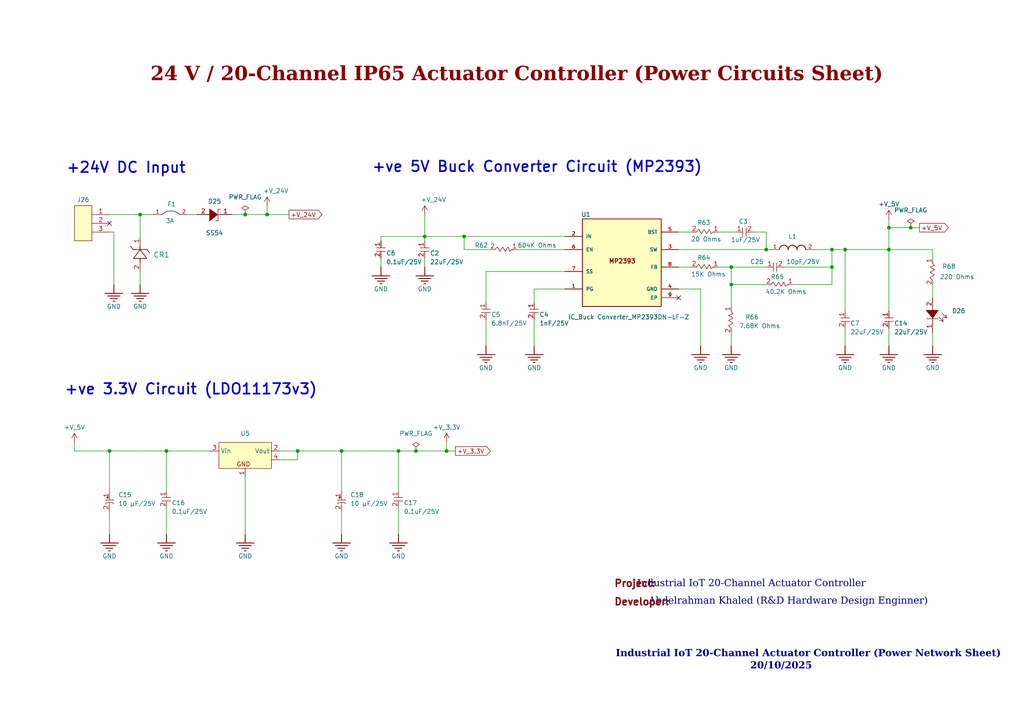
<source format=kicad_sch>
(kicad_sch
	(version 20250114)
	(generator "eeschema")
	(generator_version "9.0")
	(uuid "6d43d847-908a-45f7-99cf-9b99e75bf79a")
	(paper "A4")
	(lib_symbols
		(symbol "Actuator Controller_IP65_24V_20_Channel-altium-import:CONN_Terminal Block 1x3_5.08mm"
			(pin_names
				(hide yes)
			)
			(exclude_from_sim no)
			(in_bom yes)
			(on_board yes)
			(property "Reference" "J?"
				(at 0 0 0)
				(effects
					(font
						(size 1.27 1.27)
					)
				)
			)
			(property "Value" ""
				(at 0 0 0)
				(effects
					(font
						(size 1.27 1.27)
					)
				)
			)
			(property "Footprint" "Actuator_20Ch_24V_FootPrints:CONN_Termincal Block_PHOENIX_1715734"
				(at 0 0 0)
				(effects
					(font
						(size 1.27 1.27)
					)
					(hide yes)
				)
			)
			(property "Datasheet" ""
				(at 0 0 0)
				(effects
					(font
						(size 1.27 1.27)
					)
					(hide yes)
				)
			)
			(property "Description" "Pin Header male (2.54mm) 1X40 Straight Long (20 CM)"
				(at 0 0 0)
				(effects
					(font
						(size 1.27 1.27)
					)
					(hide yes)
				)
			)
			(property "ki_fp_filters" "*Header{space}Pin{space}1x3*"
				(at 0 0 0)
				(effects
					(font
						(size 1.27 1.27)
					)
					(hide yes)
				)
			)
			(symbol "CONN_Terminal Block 1x3_5.08mm_1_0"
				(rectangle
					(start -5.08 7.62)
					(end 0 -2.54)
					(stroke
						(width 0)
						(type solid)
						(color 128 0 0 1)
					)
					(fill
						(type background)
					)
				)
				(pin passive line
					(at 5.08 5.08 180)
					(length 5.08)
					(name "1"
						(effects
							(font
								(size 1.27 1.27)
							)
						)
					)
					(number "1"
						(effects
							(font
								(size 1.27 1.27)
							)
						)
					)
				)
				(pin passive line
					(at 5.08 2.54 180)
					(length 5.08)
					(name "2"
						(effects
							(font
								(size 1.27 1.27)
							)
						)
					)
					(number "2"
						(effects
							(font
								(size 1.27 1.27)
							)
						)
					)
				)
				(pin passive line
					(at 5.08 0 180)
					(length 5.08)
					(name "3"
						(effects
							(font
								(size 1.27 1.27)
							)
						)
					)
					(number "3"
						(effects
							(font
								(size 1.27 1.27)
							)
						)
					)
				)
			)
			(embedded_fonts no)
		)
		(symbol "Actuator Controller_IP65_24V_20_Channel-altium-import:Capacitor_Electrolytic 22uF_SMD"
			(pin_names
				(hide yes)
			)
			(exclude_from_sim no)
			(in_bom yes)
			(on_board yes)
			(property "Reference" "C?"
				(at 0 2.794 0)
				(effects
					(font
						(size 1.27 1.27)
					)
				)
			)
			(property "Value" "22 µF/25V"
				(at 0 0 0)
				(effects
					(font
						(size 1.27 1.27)
					)
				)
			)
			(property "Footprint" "Actuator_20Ch_24V_FootPrints:CAP_Electrolyit_22uF_SMD"
				(at 0 5.08 0)
				(effects
					(font
						(size 1.27 1.27)
					)
					(hide yes)
				)
			)
			(property "Datasheet" ""
				(at 0 0 0)
				(effects
					(font
						(size 1.27 1.27)
					)
					(hide yes)
				)
			)
			(property "Description" "Electrolytic Capacitor (22UF , 35V)SMD Radial Electrolytic Capacitor"
				(at 0.508 8.128 0)
				(effects
					(font
						(size 1.27 1.27)
					)
					(hide yes)
				)
			)
			(property "ki_fp_filters" "*Electrolytic{space}Capacitor{space}22UF*"
				(at 0 0 0)
				(effects
					(font
						(size 1.27 1.27)
					)
					(hide yes)
				)
			)
			(symbol "Capacitor_Electrolytic 22uF_SMD_1_0"
				(polyline
					(pts
						(xy -1.016 1.27) (xy -1.016 -1.27)
					)
					(stroke
						(width 0)
						(type solid)
					)
					(fill
						(type none)
					)
				)
				(arc
					(start 0.0193 -1.2315)
					(mid -0.369 0)
					(end 0.0193 1.2315)
					(stroke
						(width 0)
						(type solid)
					)
					(fill
						(type none)
					)
				)
				(text "+"
					(at -2.54 0 0)
					(effects
						(font
							(size 1.016 1.016)
							(thickness 0.2032)
							(bold yes)
						)
						(justify left bottom)
					)
				)
			)
			(symbol "Capacitor_Electrolytic 22uF_SMD_1_1"
				(pin passive line
					(at -3.81 0 0)
					(length 2.794)
					(name ""
						(effects
							(font
								(size 1.27 1.27)
							)
						)
					)
					(number "1"
						(effects
							(font
								(size 1.27 1.27)
							)
						)
					)
				)
				(pin passive line
					(at 2.54 0 180)
					(length 2.794)
					(name ""
						(effects
							(font
								(size 1.27 1.27)
							)
						)
					)
					(number "2"
						(effects
							(font
								(size 1.27 1.27)
							)
						)
					)
				)
			)
			(embedded_fonts no)
		)
		(symbol "Actuator Controller_IP65_24V_20_Channel-altium-import:Diode_Schottky SS54_SMD"
			(pin_names
				(hide yes)
			)
			(exclude_from_sim no)
			(in_bom yes)
			(on_board yes)
			(property "Reference" "D?"
				(at 0 0 0)
				(effects
					(font
						(size 1.27 1.27)
					)
				)
			)
			(property "Value" "SS54"
				(at 0 0 0)
				(effects
					(font
						(size 1.27 1.27)
					)
				)
			)
			(property "Footprint" "Actuator_20Ch_24V_FootPrints:Diode_Schottky_SS54"
				(at 0 0 0)
				(effects
					(font
						(size 1.27 1.27)
					)
					(hide yes)
				)
			)
			(property "Datasheet" "https://www.digikey.com/en/products/detail/shenzhen-slkormicro-semicon-co-ltd/SS54/21853075"
				(at 0.508 6.604 0)
				(effects
					(font
						(size 1.27 1.27)
					)
					(hide yes)
				)
			)
			(property "Description" "SMD Schottky diode 5A 40V 1N5824 SS54 DO-214AB SMC"
				(at 0.762 9.398 0)
				(effects
					(font
						(size 1.27 1.27)
					)
					(hide yes)
				)
			)
			(property "ki_fp_filters" "*Schottky{space}SS14*"
				(at 0 0 0)
				(effects
					(font
						(size 1.27 1.27)
					)
					(hide yes)
				)
			)
			(symbol "Diode_Schottky SS54_SMD_1_0"
				(polyline
					(pts
						(xy -1.524 1.778) (xy 1.016 0) (xy -1.524 -2.032) (xy -1.524 0) (xy -1.524 1.778)
					)
					(stroke
						(width -0.0001)
						(type solid)
					)
					(fill
						(type outline)
					)
				)
				(polyline
					(pts
						(xy 0.254 -1.778) (xy 1.016 -1.778)
					)
					(stroke
						(width 0)
						(type solid)
					)
					(fill
						(type none)
					)
				)
				(polyline
					(pts
						(xy 1.016 1.524) (xy 1.778 1.524)
					)
					(stroke
						(width 0)
						(type solid)
					)
					(fill
						(type none)
					)
				)
				(polyline
					(pts
						(xy 1.016 -1.778) (xy 1.016 1.524)
					)
					(stroke
						(width 0)
						(type solid)
					)
					(fill
						(type none)
					)
				)
				(pin passive line
					(at -5.08 0 0)
					(length 3.556)
					(name ""
						(effects
							(font
								(size 1.27 1.27)
							)
						)
					)
					(number "2"
						(effects
							(font
								(size 1.27 1.27)
							)
						)
					)
				)
				(pin passive line
					(at 5.08 0 180)
					(length 3.81)
					(name ""
						(effects
							(font
								(size 1.27 1.27)
							)
						)
					)
					(number "1"
						(effects
							(font
								(size 1.27 1.27)
							)
						)
					)
				)
			)
			(embedded_fonts no)
		)
		(symbol "Actuator Controller_IP65_24V_20_Channel-altium-import:Diode_TVS_SMAJ33A"
			(pin_names
				(offset 0.254)
			)
			(exclude_from_sim no)
			(in_bom yes)
			(on_board yes)
			(property "Reference" "CR"
				(at 5.08 4.445 0)
				(effects
					(font
						(size 1.524 1.524)
					)
				)
			)
			(property "Value" "Diode_TVS_SMAJ33A"
				(at 6.096 -4.572 0)
				(effects
					(font
						(size 1.524 1.524)
					)
				)
			)
			(property "Footprint" "Actuator_20Ch_24V_FootPrints:Diode_TVSSMASeries_LTF"
				(at 4.826 11.176 0)
				(effects
					(font
						(size 1.27 1.27)
						(italic yes)
					)
					(hide yes)
				)
			)
			(property "Datasheet" "SMAJ33A"
				(at 4.572 9.144 0)
				(effects
					(font
						(size 1.27 1.27)
						(italic yes)
					)
					(hide yes)
				)
			)
			(property "Description" "53.3V Clamp 7.5A Ipp Tvs Diode Surface Mount DO-214AC (SMA)"
				(at 6.096 13.208 0)
				(effects
					(font
						(size 1.27 1.27)
					)
					(hide yes)
				)
			)
			(property "ki_keywords" "SMAJ33A"
				(at 0 0 0)
				(effects
					(font
						(size 1.27 1.27)
					)
					(hide yes)
				)
			)
			(property "ki_fp_filters" "SMASeries_LTF SMASeries_LTF-M SMASeries_LTF-L"
				(at 0 0 0)
				(effects
					(font
						(size 1.27 1.27)
					)
					(hide yes)
				)
			)
			(symbol "Diode_TVS_SMAJ33A_1_0"
				(polyline
					(pts
						(xy 5.334 -2.794) (xy 6.35 -2.032)
					)
					(stroke
						(width 0.2032)
						(type solid)
					)
					(fill
						(type none)
					)
				)
				(polyline
					(pts
						(xy 6.35 2.032) (xy 7.366 2.794)
					)
					(stroke
						(width 0.2032)
						(type solid)
					)
					(fill
						(type none)
					)
				)
			)
			(symbol "Diode_TVS_SMAJ33A_1_1"
				(polyline
					(pts
						(xy 2.54 0) (xy 3.4798 0)
					)
					(stroke
						(width 0.2032)
						(type default)
					)
					(fill
						(type none)
					)
				)
				(polyline
					(pts
						(xy 3.175 0) (xy 3.81 0)
					)
					(stroke
						(width 0.2032)
						(type default)
					)
					(fill
						(type none)
					)
				)
				(polyline
					(pts
						(xy 3.81 1.905) (xy 3.81 -1.905)
					)
					(stroke
						(width 0.2032)
						(type default)
					)
					(fill
						(type none)
					)
				)
				(polyline
					(pts
						(xy 3.81 -1.905) (xy 6.35 0)
					)
					(stroke
						(width 0.2032)
						(type default)
					)
					(fill
						(type none)
					)
				)
				(polyline
					(pts
						(xy 6.35 0) (xy 3.81 1.905)
					)
					(stroke
						(width 0.2032)
						(type default)
					)
					(fill
						(type none)
					)
				)
				(polyline
					(pts
						(xy 6.35 -2.032) (xy 6.35 2.032)
					)
					(stroke
						(width 0.2032)
						(type default)
					)
					(fill
						(type none)
					)
				)
				(polyline
					(pts
						(xy 6.985 0) (xy 6.35 0)
					)
					(stroke
						(width 0.2032)
						(type default)
					)
					(fill
						(type none)
					)
				)
				(polyline
					(pts
						(xy 7.62 0) (xy 6.6802 0)
					)
					(stroke
						(width 0.2032)
						(type default)
					)
					(fill
						(type none)
					)
				)
				(pin passive line
					(at 0 0 0)
					(length 2.54)
					(name ""
						(effects
							(font
								(size 1.27 1.27)
							)
						)
					)
					(number "2"
						(effects
							(font
								(size 1.27 1.27)
							)
						)
					)
				)
				(pin passive line
					(at 10.16 0 180)
					(length 2.54)
					(name ""
						(effects
							(font
								(size 1.27 1.27)
							)
						)
					)
					(number "1"
						(effects
							(font
								(size 1.27 1.27)
							)
						)
					)
				)
			)
			(symbol "Diode_TVS_SMAJ33A_1_2"
				(polyline
					(pts
						(xy -1.905 3.81) (xy 1.905 3.81)
					)
					(stroke
						(width 0.2032)
						(type default)
					)
					(fill
						(type none)
					)
				)
				(polyline
					(pts
						(xy 0 6.35) (xy -1.905 3.81)
					)
					(stroke
						(width 0.2032)
						(type default)
					)
					(fill
						(type none)
					)
				)
				(polyline
					(pts
						(xy 0 6.35) (xy 0 7.62)
					)
					(stroke
						(width 0.2032)
						(type default)
					)
					(fill
						(type none)
					)
				)
				(polyline
					(pts
						(xy 0 3.175) (xy 0 3.81)
					)
					(stroke
						(width 0.2032)
						(type default)
					)
					(fill
						(type none)
					)
				)
				(polyline
					(pts
						(xy 0 2.54) (xy 0 3.4798)
					)
					(stroke
						(width 0.2032)
						(type default)
					)
					(fill
						(type none)
					)
				)
				(polyline
					(pts
						(xy 1.905 6.35) (xy -1.905 6.35)
					)
					(stroke
						(width 0.2032)
						(type default)
					)
					(fill
						(type none)
					)
				)
				(polyline
					(pts
						(xy 1.905 3.81) (xy 0 6.35)
					)
					(stroke
						(width 0.2032)
						(type default)
					)
					(fill
						(type none)
					)
				)
				(pin unspecified line
					(at 0 10.16 270)
					(length 2.54)
					(name ""
						(effects
							(font
								(size 1.27 1.27)
							)
						)
					)
					(number "1"
						(effects
							(font
								(size 1.27 1.27)
							)
						)
					)
				)
				(pin unspecified line
					(at 0 0 90)
					(length 2.54)
					(name ""
						(effects
							(font
								(size 1.27 1.27)
							)
						)
					)
					(number "2"
						(effects
							(font
								(size 1.27 1.27)
							)
						)
					)
				)
			)
			(embedded_fonts no)
		)
		(symbol "Actuator Controller_IP65_24V_20_Channel-altium-import:Fuse_5mmx20mm"
			(exclude_from_sim no)
			(in_bom yes)
			(on_board yes)
			(property "Reference" "F?"
				(at 0 3.048 0)
				(effects
					(font
						(size 1.27 1.27)
					)
				)
			)
			(property "Value" ""
				(at 0 0 0)
				(effects
					(font
						(size 1.27 1.27)
					)
				)
			)
			(property "Footprint" "Actuator_20Ch_24V_FootPrints:Fuse_Holder_5mmx20mm"
				(at 0 0 0)
				(effects
					(font
						(size 1.27 1.27)
					)
					(hide yes)
				)
			)
			(property "Datasheet" ""
				(at 0 0 0)
				(effects
					(font
						(size 1.27 1.27)
					)
					(hide yes)
				)
			)
			(property "Description" ""
				(at 0 0 0)
				(effects
					(font
						(size 1.27 1.27)
					)
					(hide yes)
				)
			)
			(symbol "Fuse_5mmx20mm_1_0"
				(arc
					(start -2.54 0)
					(mid 0 1.0521)
					(end 2.54 0)
					(stroke
						(width 0)
						(type solid)
						(color 0 0 132 1)
					)
					(fill
						(type none)
					)
				)
				(pin open_collector line
					(at -5.08 0 0)
					(length 2.54)
					(name ""
						(effects
							(font
								(size 1.016 1.016)
							)
						)
					)
					(number "1"
						(effects
							(font
								(size 1.016 1.016)
							)
						)
					)
				)
				(pin open_collector line
					(at 5.08 0 180)
					(length 2.54)
					(name ""
						(effects
							(font
								(size 1.016 1.016)
							)
						)
					)
					(number "2"
						(effects
							(font
								(size 1.016 1.016)
							)
						)
					)
				)
			)
			(embedded_fonts no)
		)
		(symbol "Actuator Controller_IP65_24V_20_Channel-altium-import:GND_POWER_GROUND"
			(power)
			(exclude_from_sim no)
			(in_bom yes)
			(on_board yes)
			(property "Reference" "#PWR"
				(at 0 0 0)
				(effects
					(font
						(size 1.27 1.27)
					)
					(hide yes)
				)
			)
			(property "Value" "GND"
				(at 0 -6.35 0)
				(effects
					(font
						(size 1.27 1.27)
					)
				)
			)
			(property "Footprint" ""
				(at 0 0 0)
				(effects
					(font
						(size 1.27 1.27)
					)
					(hide yes)
				)
			)
			(property "Datasheet" ""
				(at 0 0 0)
				(effects
					(font
						(size 1.27 1.27)
					)
					(hide yes)
				)
			)
			(property "Description" "Power symbol creates a global label with name 'GND'"
				(at 0 0 0)
				(effects
					(font
						(size 1.27 1.27)
					)
					(hide yes)
				)
			)
			(property "ki_keywords" "power-flag"
				(at 0 0 0)
				(effects
					(font
						(size 1.27 1.27)
					)
					(hide yes)
				)
			)
			(symbol "GND_POWER_GROUND_0_0"
				(polyline
					(pts
						(xy -2.54 -2.54) (xy 2.54 -2.54)
					)
					(stroke
						(width 0.254)
						(type solid)
					)
					(fill
						(type none)
					)
				)
				(polyline
					(pts
						(xy -1.778 -3.302) (xy 1.778 -3.302)
					)
					(stroke
						(width 0.254)
						(type solid)
					)
					(fill
						(type none)
					)
				)
				(polyline
					(pts
						(xy -1.016 -4.064) (xy 1.016 -4.064)
					)
					(stroke
						(width 0.254)
						(type solid)
					)
					(fill
						(type none)
					)
				)
				(polyline
					(pts
						(xy -0.254 -4.826) (xy 0.254 -4.826)
					)
					(stroke
						(width 0.254)
						(type solid)
					)
					(fill
						(type none)
					)
				)
				(polyline
					(pts
						(xy 0 0) (xy 0 -2.54)
					)
					(stroke
						(width 0.254)
						(type solid)
					)
					(fill
						(type none)
					)
				)
				(pin power_in line
					(at 0 0 0)
					(length 0)
					(hide yes)
					(name "GND"
						(effects
							(font
								(size 1.27 1.27)
							)
						)
					)
					(number ""
						(effects
							(font
								(size 1.27 1.27)
							)
						)
					)
				)
			)
			(embedded_fonts no)
		)
		(symbol "Actuator Controller_IP65_24V_20_Channel-altium-import:IC_Buck Converter_MP2307DN-LF-Z"
			(pin_names
				(offset 1.016)
			)
			(exclude_from_sim no)
			(in_bom yes)
			(on_board yes)
			(property "Reference" "U"
				(at -10.16 13.335 0)
				(effects
					(font
						(size 1.27 1.27)
					)
					(justify left bottom)
				)
			)
			(property "Value" "IC_Buck Converter_MP2393DN-LF-Z"
				(at -10.16 -15.24 0)
				(effects
					(font
						(size 1.27 1.27)
					)
					(justify left bottom)
				)
			)
			(property "Footprint" "Actuator_20Ch_24V_FootPrints:IC_MP2393_Buck Converter"
				(at 1.778 20.32 0)
				(effects
					(font
						(size 1.27 1.27)
					)
					(justify bottom)
					(hide yes)
				)
			)
			(property "Datasheet" "https://www.digikey.com/en/products/detail/monolithic-power-systems-inc/MP2307DN-LF-Z/5292007"
				(at 0 16.002 0)
				(effects
					(font
						(size 1.27 1.27)
					)
					(hide yes)
				)
			)
			(property "Description" "Buck Switching Regulator IC Positive Adjustable 0.925V 1 Output 3A 8-SOIC (0.154\", 3.90mm Width) Exposed Pad"
				(at -24.892 17.272 0)
				(effects
					(font
						(size 1.27 1.27)
					)
					(hide yes)
				)
			)
			(property "Market Link" "https://www.digikey.com/en/products/detail/monolithic-power-systems-inc/MP2307DN-LF-Z/5292007"
				(at -1.778 18.542 0)
				(effects
					(font
						(size 1.27 1.27)
					)
					(justify bottom)
					(hide yes)
				)
			)
			(property "MANUFACTURER" "Monolithic Power  System"
				(at 1.778 21.59 0)
				(effects
					(font
						(size 1.27 1.27)
					)
					(justify bottom)
					(hide yes)
				)
			)
			(property "STANDARD" "IPC 7351B"
				(at 0 0 0)
				(effects
					(font
						(size 1.27 1.27)
					)
					(justify bottom)
					(hide yes)
				)
			)
			(symbol "IC_Buck Converter_MP2307DN-LF-Z_0_0"
				(rectangle
					(start -10.16 12.7)
					(end 12.7 -12.7)
					(stroke
						(width 0.254)
						(type default)
					)
					(fill
						(type background)
					)
				)
				(pin input line
					(at -15.24 7.62 0)
					(length 5.08)
					(name "IN"
						(effects
							(font
								(size 1.016 1.016)
							)
						)
					)
					(number "2"
						(effects
							(font
								(size 1.016 1.016)
							)
						)
					)
				)
				(pin output line
					(at 17.78 3.81 180)
					(length 5.08)
					(name "SW"
						(effects
							(font
								(size 1.016 1.016)
							)
						)
					)
					(number "3"
						(effects
							(font
								(size 1.016 1.016)
							)
						)
					)
				)
				(pin power_in line
					(at 17.78 -7.62 180)
					(length 5.08)
					(name "GND"
						(effects
							(font
								(size 1.016 1.016)
							)
						)
					)
					(number "4"
						(effects
							(font
								(size 1.016 1.016)
							)
						)
					)
				)
				(pin power_in line
					(at 17.78 -10.16 180)
					(length 5.08)
					(name "EP"
						(effects
							(font
								(size 1.016 1.016)
							)
						)
					)
					(number "9"
						(effects
							(font
								(size 1.016 1.016)
							)
						)
					)
				)
			)
			(symbol "IC_Buck Converter_MP2307DN-LF-Z_1_0"
				(pin input line
					(at -15.24 3.81 0)
					(length 5.08)
					(name "EN"
						(effects
							(font
								(size 1.016 1.016)
							)
						)
					)
					(number "6"
						(effects
							(font
								(size 1.016 1.016)
							)
						)
					)
				)
				(pin passive line
					(at -15.24 -2.54 0)
					(length 5.08)
					(name "SS"
						(effects
							(font
								(size 1.016 1.016)
							)
						)
					)
					(number "7"
						(effects
							(font
								(size 1.016 1.016)
							)
						)
					)
				)
				(pin passive line
					(at -15.24 -7.62 0)
					(length 5.08)
					(name "PG"
						(effects
							(font
								(size 1.016 1.016)
							)
						)
					)
					(number "1"
						(effects
							(font
								(size 1.016 1.016)
							)
						)
					)
				)
				(pin input line
					(at 17.78 8.89 180)
					(length 5.08)
					(name "BST"
						(effects
							(font
								(size 1.016 1.016)
							)
						)
					)
					(number "5"
						(effects
							(font
								(size 1.016 1.016)
							)
						)
					)
				)
				(pin output line
					(at 17.78 -1.27 180)
					(length 5.08)
					(name "FB"
						(effects
							(font
								(size 1.016 1.016)
							)
						)
					)
					(number "8"
						(effects
							(font
								(size 1.016 1.016)
							)
						)
					)
				)
			)
			(symbol "IC_Buck Converter_MP2307DN-LF-Z_1_1"
				(text "MP2393 "
					(at -2.54 -0.254 0)
					(effects
						(font
							(size 1.27 1.27)
							(thickness 0.254)
							(bold yes)
						)
						(justify left bottom)
					)
				)
			)
			(embedded_fonts no)
		)
		(symbol "Actuator Controller_IP65_24V_20_Channel-altium-import:Inductor_WE-HCI_7050"
			(pin_names
				(offset 1.016)
			)
			(exclude_from_sim no)
			(in_bom yes)
			(on_board yes)
			(property "Reference" "L"
				(at 1.524 2.286 0)
				(effects
					(font
						(size 1.27 1.27)
					)
					(justify bottom)
				)
			)
			(property "Value" "Inductor_WE-HCI_7050"
				(at -5.08 -2.286 0)
				(effects
					(font
						(size 1.27 1.27)
					)
					(justify left bottom)
				)
			)
			(property "Footprint" "Actuator_20Ch_24V_FootPrints:Inductor_4.9µHWE-HCI_7050"
				(at 0 8.128 0)
				(effects
					(font
						(size 1.27 1.27)
					)
					(justify bottom)
					(hide yes)
				)
			)
			(property "Datasheet" "https://www.digikey.com/en/products/detail/w%C3%BCrth-elektronik/744314490/1638566"
				(at -0.254 11.43 0)
				(effects
					(font
						(size 1.27 1.27)
					)
					(hide yes)
				)
			)
			(property "Description" "4.9 µH Shielded Wirewound Inductor 6.5 A 14.5mOhm Nonstandard"
				(at 0 7.112 0)
				(effects
					(font
						(size 1.27 1.27)
					)
					(hide yes)
				)
			)
			(property "Market Link" "https://www.digikey.com/en/products/detail/w%C3%BCrth-elektronik/744314490/1638566"
				(at -0.508 15.24 0)
				(effects
					(font
						(size 1.27 1.27)
					)
					(hide yes)
				)
			)
			(symbol "Inductor_WE-HCI_7050_0_0"
				(arc
					(start -2.54 0)
					(mid -1.27 1.2645)
					(end 0 0)
					(stroke
						(width 0.254)
						(type default)
					)
					(fill
						(type none)
					)
				)
				(arc
					(start 0 0)
					(mid 1.27 1.2645)
					(end 2.54 0)
					(stroke
						(width 0.254)
						(type default)
					)
					(fill
						(type none)
					)
				)
				(arc
					(start 2.54 0)
					(mid 3.81 1.2645)
					(end 5.08 0)
					(stroke
						(width 0.254)
						(type default)
					)
					(fill
						(type none)
					)
				)
				(pin passive line
					(at -5.08 0 0)
					(length 2.54)
					(name "~"
						(effects
							(font
								(size 1.016 1.016)
							)
						)
					)
					(number "1"
						(effects
							(font
								(size 1.016 1.016)
							)
						)
					)
				)
				(pin passive line
					(at 7.62 0 180)
					(length 2.54)
					(name "~"
						(effects
							(font
								(size 1.016 1.016)
							)
						)
					)
					(number "2"
						(effects
							(font
								(size 1.016 1.016)
							)
						)
					)
				)
			)
			(embedded_fonts no)
		)
		(symbol "Actuator Controller_IP65_24V_20_Channel-altium-import:LED_Green_SMD_0805"
			(exclude_from_sim no)
			(in_bom yes)
			(on_board yes)
			(property "Reference" "D?"
				(at 0.254 7.366 0)
				(effects
					(font
						(size 1.27 1.27)
					)
				)
			)
			(property "Value" "Green Led"
				(at 0 0 0)
				(effects
					(font
						(size 1.27 1.27)
					)
				)
			)
			(property "Footprint" "Actuator_20Ch_24V_FootPrints:LED_RED_SMD_0805"
				(at 0 0 0)
				(effects
					(font
						(size 1.27 1.27)
					)
					(hide yes)
				)
			)
			(property "Datasheet" "https://www.digikey.com/en/products/detail/w%C3%BCrth-elektronik/150080SS75000/4489921"
				(at 0 0 0)
				(effects
					(font
						(size 1.27 1.27)
					)
					(hide yes)
				)
			)
			(property "Description" "Red 630nm LED Indication - Discrete 1.9V 0805 (2012 Metric)"
				(at 0 0 0)
				(effects
					(font
						(size 1.27 1.27)
					)
					(hide yes)
				)
			)
			(property "Market Link" "https://www.digikey.com/en/products/detail/w%C3%BCrth-elektronik/150080SS75000/4489921"
				(at 0 0 0)
				(effects
					(font
						(size 1.27 1.27)
					)
					(hide yes)
				)
			)
			(symbol "LED_Green_SMD_0805_1_0"
				(polyline
					(pts
						(xy -0.254 3.048) (xy 2.286 1.27) (xy -0.254 -0.762) (xy -0.254 1.27) (xy -0.254 3.048)
					)
					(stroke
						(width -0.0001)
						(type solid)
					)
					(fill
						(type outline)
					)
				)
				(polyline
					(pts
						(xy 0.762 4.064) (xy 2.032 5.334)
					)
					(stroke
						(width 0)
						(type solid)
					)
					(fill
						(type none)
					)
				)
				(polyline
					(pts
						(xy 1.778 3.048) (xy 3.048 4.318)
					)
					(stroke
						(width 0)
						(type solid)
					)
					(fill
						(type none)
					)
				)
				(polyline
					(pts
						(xy 2.032 5.334) (xy 1.016 5.08)
					)
					(stroke
						(width 0)
						(type solid)
					)
					(fill
						(type none)
					)
				)
				(polyline
					(pts
						(xy 2.032 5.334) (xy 1.778 4.318)
					)
					(stroke
						(width 0)
						(type solid)
					)
					(fill
						(type none)
					)
				)
				(polyline
					(pts
						(xy 2.286 -0.508) (xy 2.286 2.794)
					)
					(stroke
						(width 0)
						(type solid)
					)
					(fill
						(type none)
					)
				)
				(polyline
					(pts
						(xy 3.048 4.318) (xy 2.032 4.064)
					)
					(stroke
						(width 0)
						(type solid)
					)
					(fill
						(type none)
					)
				)
				(polyline
					(pts
						(xy 3.048 4.318) (xy 2.794 3.302)
					)
					(stroke
						(width 0)
						(type solid)
					)
					(fill
						(type none)
					)
				)
				(pin passive line
					(at -3.81 1.27 0)
					(length 3.556)
					(name ""
						(effects
							(font
								(size 1.27 1.27)
							)
						)
					)
					(number "2"
						(effects
							(font
								(size 1.27 1.27)
							)
						)
					)
				)
				(pin passive line
					(at 6.35 1.27 180)
					(length 3.81)
					(name ""
						(effects
							(font
								(size 1.27 1.27)
							)
						)
					)
					(number "1"
						(effects
							(font
								(size 1.27 1.27)
							)
						)
					)
				)
			)
			(embedded_fonts no)
		)
		(symbol "Actuator Controller_IP65_24V_20_Channel-altium-import:PWR_Regulator LDO 3.3v_SMD"
			(exclude_from_sim no)
			(in_bom yes)
			(on_board yes)
			(property "Reference" "U?"
				(at 0.762 5.08 0)
				(effects
					(font
						(size 1.27 1.27)
					)
				)
			)
			(property "Value" ""
				(at 0 0 0)
				(effects
					(font
						(size 1.27 1.27)
					)
					(hide yes)
				)
			)
			(property "Footprint" ""
				(at 0 0 0)
				(effects
					(font
						(size 1.27 1.27)
					)
					(hide yes)
				)
			)
			(property "Datasheet" ""
				(at 0 0 0)
				(effects
					(font
						(size 1.27 1.27)
					)
					(hide yes)
				)
			)
			(property "Description" "(+3.3V , 800mA ) Low-Dropout Voltage Regulator.(TO-220)"
				(at 0 0 0)
				(effects
					(font
						(size 1.27 1.27)
					)
					(hide yes)
				)
			)
			(property "ki_fp_filters" "*LDO{space}3.3V*"
				(at 0 0 0)
				(effects
					(font
						(size 1.27 1.27)
					)
					(hide yes)
				)
			)
			(symbol "PWR_Regulator LDO 3.3v_SMD_1_0"
				(rectangle
					(start 7.62 2.54)
					(end -7.62 -5.08)
					(stroke
						(width 0)
						(type solid)
						(color 128 0 0 1)
					)
					(fill
						(type background)
					)
				)
				(text "GND"
					(at -2.54 -4.572 0)
					(effects
						(font
							(size 1.27 1.27)
						)
						(justify left bottom)
					)
				)
				(pin power_in line
					(at -10.16 0 0)
					(length 2.54)
					(name "Vin"
						(effects
							(font
								(size 1.27 1.27)
							)
						)
					)
					(number "3"
						(effects
							(font
								(size 1.27 1.27)
							)
						)
					)
				)
				(pin passive line
					(at 0 -7.62 90)
					(length 2.54)
					(name "GND"
						(effects
							(font
								(size 0 0)
							)
						)
					)
					(number "1"
						(effects
							(font
								(size 1.27 1.27)
							)
						)
					)
				)
				(pin power_out line
					(at 10.16 0 180)
					(length 2.54)
					(name "Vout"
						(effects
							(font
								(size 1.27 1.27)
							)
						)
					)
					(number "2"
						(effects
							(font
								(size 1.27 1.27)
							)
						)
					)
				)
				(pin passive line
					(at 10.16 -2.54 180)
					(length 2.54)
					(name "GND"
						(effects
							(font
								(size 0 0)
							)
						)
					)
					(number "4"
						(effects
							(font
								(size 1.27 1.27)
							)
						)
					)
				)
			)
			(embedded_fonts no)
		)
		(symbol "GP_Integrated_Library:root_3_Capacitor 100nF_GP_Integrated_Library.IntLib"
			(pin_names
				(hide yes)
			)
			(exclude_from_sim no)
			(in_bom yes)
			(on_board yes)
			(property "Reference" ""
				(at 0 0 0)
				(effects
					(font
						(size 1.27 1.27)
					)
				)
			)
			(property "Value" ""
				(at 0 0 0)
				(effects
					(font
						(size 1.27 1.27)
					)
				)
			)
			(property "Footprint" ""
				(at 0 0 0)
				(effects
					(font
						(size 1.27 1.27)
					)
					(hide yes)
				)
			)
			(property "Datasheet" ""
				(at 0 0 0)
				(effects
					(font
						(size 1.27 1.27)
					)
					(hide yes)
				)
			)
			(property "Description" "Ceramic Capacitor (100nF , 50V) SMD (1206)"
				(at 0 0 0)
				(effects
					(font
						(size 1.27 1.27)
					)
					(hide yes)
				)
			)
			(property "ki_fp_filters" "*Capacitor{space}100nF*"
				(at 0 0 0)
				(effects
					(font
						(size 1.27 1.27)
					)
					(hide yes)
				)
			)
			(symbol "root_3_Capacitor 100nF_GP_Integrated_Library.IntLib_1_0"
				(polyline
					(pts
						(xy 1.27 0.508) (xy -1.27 0.508)
					)
					(stroke
						(width 0)
						(type solid)
					)
					(fill
						(type none)
					)
				)
				(polyline
					(pts
						(xy 1.27 -0.508) (xy -1.27 -0.508)
					)
					(stroke
						(width 0)
						(type solid)
					)
					(fill
						(type none)
					)
				)
				(pin passive line
					(at 0 2.54 270)
					(length 2.032)
					(name "Pin_1"
						(effects
							(font
								(size 1.27 1.27)
							)
						)
					)
					(number "1"
						(effects
							(font
								(size 1.27 1.27)
							)
						)
					)
				)
				(pin passive line
					(at 0 -2.54 90)
					(length 2.032)
					(name "Pin_2"
						(effects
							(font
								(size 1.27 1.27)
							)
						)
					)
					(number "2"
						(effects
							(font
								(size 1.27 1.27)
							)
						)
					)
				)
			)
			(embedded_fonts no)
		)
		(symbol "GP_Integrated_Library:root_3_Resistor 4.7Kohm_GP_Integrated_Library.IntLib"
			(pin_names
				(hide yes)
			)
			(exclude_from_sim no)
			(in_bom yes)
			(on_board yes)
			(property "Reference" ""
				(at 0 0 0)
				(effects
					(font
						(size 1.27 1.27)
					)
				)
			)
			(property "Value" ""
				(at 0 0 0)
				(effects
					(font
						(size 1.27 1.27)
					)
				)
			)
			(property "Footprint" ""
				(at 0 0 0)
				(effects
					(font
						(size 1.27 1.27)
					)
					(hide yes)
				)
			)
			(property "Datasheet" ""
				(at 0 0 0)
				(effects
					(font
						(size 1.27 1.27)
					)
					(hide yes)
				)
			)
			(property "Description" "SMD Resistor (220 ohm , 1/4W)"
				(at 0 0 0)
				(effects
					(font
						(size 1.27 1.27)
					)
					(hide yes)
				)
			)
			(property "ki_fp_filters" "*Resistor{space}4.7KKohm*"
				(at 0 0 0)
				(effects
					(font
						(size 1.27 1.27)
					)
					(hide yes)
				)
			)
			(symbol "root_3_Resistor 4.7Kohm_GP_Integrated_Library.IntLib_1_0"
				(polyline
					(pts
						(xy -0.762 -0.508) (xy 0 -1.27)
					)
					(stroke
						(width 0)
						(type solid)
					)
					(fill
						(type none)
					)
				)
				(polyline
					(pts
						(xy 0 4.064) (xy 0 3.556) (xy 0.508 3.048) (xy -0.762 2.54) (xy 0.508 1.778) (xy -0.762 1.016)
						(xy 0.508 0.254) (xy -0.762 -0.508)
					)
					(stroke
						(width 0)
						(type solid)
					)
					(fill
						(type none)
					)
				)
				(pin passive line
					(at 0 5.08 270)
					(length 1.27)
					(name "Pin_1"
						(effects
							(font
								(size 1.27 1.27)
							)
						)
					)
					(number "1"
						(effects
							(font
								(size 1.27 1.27)
							)
						)
					)
				)
				(pin passive line
					(at 0 -2.54 90)
					(length 1.27)
					(name "pin_2"
						(effects
							(font
								(size 1.27 1.27)
							)
						)
					)
					(number "2"
						(effects
							(font
								(size 1.27 1.27)
							)
						)
					)
				)
			)
			(embedded_fonts no)
		)
		(symbol "power:+3.3V"
			(power)
			(pin_numbers
				(hide yes)
			)
			(pin_names
				(offset 0)
				(hide yes)
			)
			(exclude_from_sim no)
			(in_bom yes)
			(on_board yes)
			(property "Reference" "#PWR"
				(at 0 -3.81 0)
				(effects
					(font
						(size 1.27 1.27)
					)
					(hide yes)
				)
			)
			(property "Value" "+3.3V"
				(at 0 3.556 0)
				(effects
					(font
						(size 1.27 1.27)
					)
				)
			)
			(property "Footprint" ""
				(at 0 0 0)
				(effects
					(font
						(size 1.27 1.27)
					)
					(hide yes)
				)
			)
			(property "Datasheet" ""
				(at 0 0 0)
				(effects
					(font
						(size 1.27 1.27)
					)
					(hide yes)
				)
			)
			(property "Description" "Power symbol creates a global label with name \"+3.3V\""
				(at 0 0 0)
				(effects
					(font
						(size 1.27 1.27)
					)
					(hide yes)
				)
			)
			(property "ki_keywords" "global power"
				(at 0 0 0)
				(effects
					(font
						(size 1.27 1.27)
					)
					(hide yes)
				)
			)
			(symbol "+3.3V_0_1"
				(polyline
					(pts
						(xy -0.762 1.27) (xy 0 2.54)
					)
					(stroke
						(width 0)
						(type default)
					)
					(fill
						(type none)
					)
				)
				(polyline
					(pts
						(xy 0 2.54) (xy 0.762 1.27)
					)
					(stroke
						(width 0)
						(type default)
					)
					(fill
						(type none)
					)
				)
				(polyline
					(pts
						(xy 0 0) (xy 0 2.54)
					)
					(stroke
						(width 0)
						(type default)
					)
					(fill
						(type none)
					)
				)
			)
			(symbol "+3.3V_1_1"
				(pin power_in line
					(at 0 0 90)
					(length 0)
					(name "~"
						(effects
							(font
								(size 1.27 1.27)
							)
						)
					)
					(number "1"
						(effects
							(font
								(size 1.27 1.27)
							)
						)
					)
				)
			)
			(embedded_fonts no)
		)
		(symbol "power:PWR_FLAG"
			(power)
			(pin_numbers
				(hide yes)
			)
			(pin_names
				(offset 0)
				(hide yes)
			)
			(exclude_from_sim no)
			(in_bom yes)
			(on_board yes)
			(property "Reference" "#FLG"
				(at 0 1.905 0)
				(effects
					(font
						(size 1.27 1.27)
					)
					(hide yes)
				)
			)
			(property "Value" "PWR_FLAG"
				(at 0 3.81 0)
				(effects
					(font
						(size 1.27 1.27)
					)
				)
			)
			(property "Footprint" ""
				(at 0 0 0)
				(effects
					(font
						(size 1.27 1.27)
					)
					(hide yes)
				)
			)
			(property "Datasheet" "~"
				(at 0 0 0)
				(effects
					(font
						(size 1.27 1.27)
					)
					(hide yes)
				)
			)
			(property "Description" "Special symbol for telling ERC where power comes from"
				(at 0 0 0)
				(effects
					(font
						(size 1.27 1.27)
					)
					(hide yes)
				)
			)
			(property "ki_keywords" "flag power"
				(at 0 0 0)
				(effects
					(font
						(size 1.27 1.27)
					)
					(hide yes)
				)
			)
			(symbol "PWR_FLAG_0_0"
				(pin power_out line
					(at 0 0 90)
					(length 0)
					(name "~"
						(effects
							(font
								(size 1.27 1.27)
							)
						)
					)
					(number "1"
						(effects
							(font
								(size 1.27 1.27)
							)
						)
					)
				)
			)
			(symbol "PWR_FLAG_0_1"
				(polyline
					(pts
						(xy 0 0) (xy 0 1.27) (xy -1.016 1.905) (xy 0 2.54) (xy 1.016 1.905) (xy 0 1.27)
					)
					(stroke
						(width 0)
						(type default)
					)
					(fill
						(type none)
					)
				)
			)
			(embedded_fonts no)
		)
	)
	(text "Project:"
		(exclude_from_sim no)
		(at 184.15 169.418 0)
		(effects
			(font
				(size 2.032 2.032)
				(thickness 0.4064)
				(bold yes)
				(color 132 0 0 1)
			)
		)
		(uuid "0036b19d-c3f4-4033-b4bb-1d5feebc44ee")
	)
	(text "+ve 5V Buck Converter Circuit (MP2393)"
		(exclude_from_sim no)
		(at 107.696 50.292 0)
		(effects
			(font
				(size 3.048 3.048)
				(thickness 0.4763)
			)
			(justify left bottom)
		)
		(uuid "0c7bc24c-2e17-4dd7-83c7-4166bc3e558e")
	)
	(text "Industrial IoT 20-Channel Actuator Controller"
		(exclude_from_sim no)
		(at 217.932 169.926 0)
		(effects
			(font
				(face "Times New Roman")
				(size 2.032 2.032)
				(thickness 0.4064)
				(color 0 0 132 1)
			)
		)
		(uuid "144f741b-8d48-401c-ba18-914714b6977c")
	)
	(text "20/10/2025"
		(exclude_from_sim no)
		(at 226.568 193.802 0)
		(effects
			(font
				(face "Times New Roman")
				(size 2.032 2.032)
				(thickness 0.4064)
				(bold yes)
				(color 0 0 132 1)
			)
		)
		(uuid "539015aa-6110-4f68-8a9c-c6e259260221")
	)
	(text "Developer:"
		(exclude_from_sim no)
		(at 186.182 174.752 0)
		(effects
			(font
				(size 2.032 2.032)
				(thickness 0.4064)
				(bold yes)
				(color 132 0 0 1)
			)
		)
		(uuid "6d0f43ac-0fa2-4a5a-9680-3a23629232c2")
	)
	(text "Industrial IoT 20-Channel Actuator Controller (Power Network Sheet)"
		(exclude_from_sim no)
		(at 234.442 190.246 0)
		(effects
			(font
				(face "Times New Roman")
				(size 2.032 2.032)
				(thickness 0.4064)
				(bold yes)
				(color 0 0 132 1)
			)
		)
		(uuid "8c113997-0b17-44bb-b508-b5389577a059")
	)
	(text "+24V DC Input "
		(exclude_from_sim no)
		(at 19.05 50.546 0)
		(effects
			(font
				(size 3.048 3.048)
				(thickness 0.4763)
			)
			(justify left bottom)
		)
		(uuid "978d28b4-63c7-45eb-a25f-36763e80d234")
	)
	(text "Abdelrahman Khaled (R&D Hardware Design Enginner)"
		(exclude_from_sim no)
		(at 228.6 175.006 0)
		(effects
			(font
				(face "Times New Roman")
				(size 2.032 2.032)
				(thickness 0.4064)
				(color 0 0 132 1)
			)
		)
		(uuid "b8203381-e4b6-4143-80e5-3046ce83079b")
	)
	(text "24 V / 20-Channel IP65 Actuator Controller (Power Circuits Sheet)"
		(exclude_from_sim no)
		(at 149.86 22.86 0)
		(effects
			(font
				(face "Times New Roman")
				(size 4.064 4.064)
				(thickness 0.4064)
				(bold yes)
				(color 132 0 0 1)
			)
		)
		(uuid "cd43da4a-593e-457f-a0d7-4e40cf18d07d")
	)
	(text "+ve 3.3V Circuit (LDO11173v3)"
		(exclude_from_sim no)
		(at 18.542 114.808 0)
		(effects
			(font
				(size 3.048 3.048)
				(thickness 0.4763)
			)
			(justify left bottom)
		)
		(uuid "f34575b3-ff72-442b-bea6-9d877aafc25d")
	)
	(junction
		(at 115.57 130.81)
		(diameter 0)
		(color 0 0 0 0)
		(uuid "2768e8c7-cf3e-4a9f-a58d-fa82a8e23687")
	)
	(junction
		(at 48.26 130.81)
		(diameter 0)
		(color 0 0 0 0)
		(uuid "40007586-8116-4405-9b37-82fff9aa7977")
	)
	(junction
		(at 77.47 62.23)
		(diameter 0)
		(color 0 0 0 0)
		(uuid "560522a5-7eff-4b2f-a8da-48e45a46c491")
	)
	(junction
		(at 222.25 72.39)
		(diameter 0)
		(color 0 0 0 0)
		(uuid "5660c5b8-c2af-40a6-86b0-1571278eadda")
	)
	(junction
		(at 241.3 77.47)
		(diameter 0)
		(color 0 0 0 0)
		(uuid "5d4d1a51-7ce8-4c45-be1a-db84a5817cc5")
	)
	(junction
		(at 257.81 72.39)
		(diameter 0)
		(color 0 0 0 0)
		(uuid "607e200a-f5df-49f4-951d-f41603d94fc7")
	)
	(junction
		(at 40.64 62.23)
		(diameter 0)
		(color 0 0 0 0)
		(uuid "608e0362-2a0f-4921-9da7-f2276eb30316")
	)
	(junction
		(at 71.12 62.23)
		(diameter 0)
		(color 0 0 0 0)
		(uuid "74dc6f05-da27-4d3e-9b90-0afdf42a1bd5")
	)
	(junction
		(at 120.65 130.81)
		(diameter 0)
		(color 0 0 0 0)
		(uuid "79743d68-dbfd-4013-acd7-26523d87f108")
	)
	(junction
		(at 245.11 72.39)
		(diameter 0)
		(color 0 0 0 0)
		(uuid "7975284e-53ac-4ff9-b762-a87d2f9fb984")
	)
	(junction
		(at 264.16 66.04)
		(diameter 0)
		(color 0 0 0 0)
		(uuid "936a72c8-ae3e-4ebe-b5f8-81ac0e116180")
	)
	(junction
		(at 31.75 130.81)
		(diameter 0)
		(color 0 0 0 0)
		(uuid "97b634f6-e550-4845-b462-737ef2060f75")
	)
	(junction
		(at 99.06 130.81)
		(diameter 0)
		(color 0 0 0 0)
		(uuid "97eae4d6-d03c-4438-bfb9-86f174077531")
	)
	(junction
		(at 129.54 130.81)
		(diameter 0)
		(color 0 0 0 0)
		(uuid "98bec3f6-08d9-4f3b-b383-4021cdec1b2c")
	)
	(junction
		(at 241.3 72.39)
		(diameter 0)
		(color 0 0 0 0)
		(uuid "a315edef-e6f9-4f35-aaa4-2dd0004540c6")
	)
	(junction
		(at 86.36 130.81)
		(diameter 0)
		(color 0 0 0 0)
		(uuid "b734fd65-99aa-4853-948f-5679b79206cf")
	)
	(junction
		(at 212.09 77.47)
		(diameter 0)
		(color 0 0 0 0)
		(uuid "d6b64fd9-61b0-4d36-a629-3b6cbca4ce34")
	)
	(junction
		(at 134.62 68.58)
		(diameter 0)
		(color 0 0 0 0)
		(uuid "e6dd1434-9f83-401d-af63-587c72d6c43e")
	)
	(junction
		(at 123.19 68.58)
		(diameter 0)
		(color 0 0 0 0)
		(uuid "f02c0f61-0cbc-48a5-b783-58af97d406d9")
	)
	(junction
		(at 257.81 66.04)
		(diameter 0)
		(color 0 0 0 0)
		(uuid "f39e2f80-7b97-4ff8-a573-4067be94ff7d")
	)
	(junction
		(at 212.09 82.55)
		(diameter 0)
		(color 0 0 0 0)
		(uuid "f9bf98a1-660f-44c8-8a3b-c34eecac2b9f")
	)
	(no_connect
		(at 31.75 64.77)
		(uuid "1d6f1e24-cd6b-4b95-83d1-99c725e265bf")
	)
	(no_connect
		(at 196.85 86.36)
		(uuid "5f6f8ba0-e845-4c53-89ea-8551eedfd839")
	)
	(wire
		(pts
			(xy 212.09 96.52) (xy 212.09 100.33)
		)
		(stroke
			(width 0)
			(type default)
		)
		(uuid "0725489a-814c-4446-8538-33616ec1a877")
	)
	(wire
		(pts
			(xy 270.51 74.93) (xy 270.51 72.39)
		)
		(stroke
			(width 0)
			(type default)
		)
		(uuid "08bb8b75-6905-4cdf-a9d8-abf7e0ed7ea9")
	)
	(wire
		(pts
			(xy 245.11 72.39) (xy 257.81 72.39)
		)
		(stroke
			(width 0)
			(type default)
		)
		(uuid "10c0ef2f-df31-4cc7-a412-d3e6c24ba6a0")
	)
	(wire
		(pts
			(xy 229.87 82.55) (xy 241.3 82.55)
		)
		(stroke
			(width 0)
			(type default)
		)
		(uuid "16eb88de-1266-43ac-9131-522b17fcb6ad")
	)
	(wire
		(pts
			(xy 54.61 62.23) (xy 57.15 62.23)
		)
		(stroke
			(width 0)
			(type default)
		)
		(uuid "191bb6b7-2946-4ba9-89db-15d646d2ec03")
	)
	(wire
		(pts
			(xy 245.11 72.39) (xy 245.11 90.17)
		)
		(stroke
			(width 0)
			(type default)
		)
		(uuid "19a76f13-b708-4e58-8e4b-30b2867c53dc")
	)
	(wire
		(pts
			(xy 48.26 130.81) (xy 48.26 142.24)
		)
		(stroke
			(width 0)
			(type default)
		)
		(uuid "1c98883c-23cc-4cd9-94df-e4cf0b64c94c")
	)
	(wire
		(pts
			(xy 40.64 62.23) (xy 40.64 68.58)
		)
		(stroke
			(width 0)
			(type default)
		)
		(uuid "1cd8d4dd-9b88-448b-94a8-24a4fd460efc")
	)
	(wire
		(pts
			(xy 86.36 130.81) (xy 99.06 130.81)
		)
		(stroke
			(width 0)
			(type default)
		)
		(uuid "229e57c0-249f-4ad7-8465-fff9356832f6")
	)
	(wire
		(pts
			(xy 241.3 82.55) (xy 241.3 77.47)
		)
		(stroke
			(width 0)
			(type default)
		)
		(uuid "249dee31-6fb7-46f4-a470-c0afbb2e96ca")
	)
	(wire
		(pts
			(xy 110.49 68.58) (xy 123.19 68.58)
		)
		(stroke
			(width 0)
			(type default)
		)
		(uuid "24d5ccc5-e66e-43e8-9596-2034b19398ae")
	)
	(wire
		(pts
			(xy 218.44 67.31) (xy 222.25 67.31)
		)
		(stroke
			(width 0)
			(type default)
		)
		(uuid "2590ca3e-08b7-4d6e-b3aa-05f084aff9db")
	)
	(wire
		(pts
			(xy 241.3 72.39) (xy 236.22 72.39)
		)
		(stroke
			(width 0)
			(type default)
		)
		(uuid "266805a3-8c5f-4a59-81d7-15201fba0f15")
	)
	(wire
		(pts
			(xy 264.16 66.04) (xy 266.7 66.04)
		)
		(stroke
			(width 0)
			(type default)
		)
		(uuid "272e272e-8b4d-47d6-a4d8-3fde89601736")
	)
	(wire
		(pts
			(xy 212.09 88.9) (xy 212.09 82.55)
		)
		(stroke
			(width 0)
			(type default)
		)
		(uuid "2a5f1bf4-1450-4793-ad0b-25d1a697a470")
	)
	(wire
		(pts
			(xy 257.81 72.39) (xy 270.51 72.39)
		)
		(stroke
			(width 0)
			(type default)
		)
		(uuid "2ae04623-3ead-481e-9d63-a46d1d26c5e2")
	)
	(wire
		(pts
			(xy 154.94 83.82) (xy 163.83 83.82)
		)
		(stroke
			(width 0)
			(type default)
		)
		(uuid "2f415503-4c31-4ff4-ab4d-7f9822fa55d3")
	)
	(wire
		(pts
			(xy 134.62 72.39) (xy 134.62 68.58)
		)
		(stroke
			(width 0)
			(type default)
		)
		(uuid "314f5395-faa4-44eb-87f2-805f014343fc")
	)
	(wire
		(pts
			(xy 270.51 96.52) (xy 270.51 100.33)
		)
		(stroke
			(width 0)
			(type default)
		)
		(uuid "33d1805b-f656-4be2-a213-4382a27da779")
	)
	(wire
		(pts
			(xy 257.81 66.04) (xy 264.16 66.04)
		)
		(stroke
			(width 0)
			(type default)
		)
		(uuid "344996ca-71ff-4118-b88b-74060aee338d")
	)
	(wire
		(pts
			(xy 270.51 82.55) (xy 270.51 86.36)
		)
		(stroke
			(width 0)
			(type default)
		)
		(uuid "37218b0c-58ef-4109-be9a-a8602d7e755f")
	)
	(wire
		(pts
			(xy 115.57 130.81) (xy 120.65 130.81)
		)
		(stroke
			(width 0)
			(type default)
		)
		(uuid "396b39fb-d87f-4409-85ac-84c02970543f")
	)
	(wire
		(pts
			(xy 257.81 95.25) (xy 257.81 100.33)
		)
		(stroke
			(width 0)
			(type default)
		)
		(uuid "3c838346-6995-4adf-822d-552de77a5c08")
	)
	(wire
		(pts
			(xy 257.81 63.5) (xy 257.81 66.04)
		)
		(stroke
			(width 0)
			(type default)
		)
		(uuid "419fbf06-3e90-4f68-a343-fa7b675f9fca")
	)
	(wire
		(pts
			(xy 33.02 67.31) (xy 33.02 82.55)
		)
		(stroke
			(width 0)
			(type default)
		)
		(uuid "46467401-609b-4fb1-848f-88c4e2980ad6")
	)
	(wire
		(pts
			(xy 154.94 83.82) (xy 154.94 87.63)
		)
		(stroke
			(width 0)
			(type default)
		)
		(uuid "47d51612-25ac-4267-82bf-5fbc5c5ee55c")
	)
	(wire
		(pts
			(xy 110.49 69.85) (xy 110.49 68.58)
		)
		(stroke
			(width 0)
			(type default)
		)
		(uuid "4baf0b6d-3478-4358-a484-65a2c9972b17")
	)
	(wire
		(pts
			(xy 222.25 67.31) (xy 222.25 72.39)
		)
		(stroke
			(width 0)
			(type default)
		)
		(uuid "4f71c241-d813-47fb-85bb-e67fb0069d1c")
	)
	(wire
		(pts
			(xy 196.85 77.47) (xy 200.66 77.47)
		)
		(stroke
			(width 0)
			(type default)
		)
		(uuid "53cb5f33-f2d3-4680-8eee-6d30aece18a3")
	)
	(wire
		(pts
			(xy 134.62 68.58) (xy 163.83 68.58)
		)
		(stroke
			(width 0)
			(type default)
		)
		(uuid "58b80809-b7b0-4ab5-882b-4e156c6d7450")
	)
	(wire
		(pts
			(xy 31.75 130.81) (xy 48.26 130.81)
		)
		(stroke
			(width 0)
			(type default)
		)
		(uuid "600fdc2d-d8e3-4223-9b3d-e02212ce6275")
	)
	(wire
		(pts
			(xy 212.09 82.55) (xy 212.09 77.47)
		)
		(stroke
			(width 0)
			(type default)
		)
		(uuid "638ef255-b3fa-4b2b-ac3c-d206dea64b9a")
	)
	(wire
		(pts
			(xy 40.64 78.74) (xy 40.64 82.55)
		)
		(stroke
			(width 0)
			(type default)
		)
		(uuid "65b8b2f0-841d-4e0d-bb4c-49d1a64dc42a")
	)
	(wire
		(pts
			(xy 123.19 74.93) (xy 123.19 77.47)
		)
		(stroke
			(width 0)
			(type default)
		)
		(uuid "67fe4d67-446b-446b-a329-502fb4ce7f58")
	)
	(wire
		(pts
			(xy 71.12 62.23) (xy 77.47 62.23)
		)
		(stroke
			(width 0)
			(type default)
		)
		(uuid "6e0852ce-53d3-47ff-b966-173eb048a147")
	)
	(wire
		(pts
			(xy 115.57 130.81) (xy 115.57 142.24)
		)
		(stroke
			(width 0)
			(type default)
		)
		(uuid "70733b03-c3ad-4ee8-8c18-542cdc33ae47")
	)
	(wire
		(pts
			(xy 31.75 67.31) (xy 33.02 67.31)
		)
		(stroke
			(width 0)
			(type default)
		)
		(uuid "73791d31-8ba3-4360-af69-46f29cfc33e5")
	)
	(wire
		(pts
			(xy 212.09 77.47) (xy 222.25 77.47)
		)
		(stroke
			(width 0)
			(type default)
		)
		(uuid "7427898e-7d2e-447a-8b1d-0f6b345e5c87")
	)
	(wire
		(pts
			(xy 142.24 72.39) (xy 134.62 72.39)
		)
		(stroke
			(width 0)
			(type default)
		)
		(uuid "785e8d96-fa92-4ac8-90f8-65de576ccecb")
	)
	(wire
		(pts
			(xy 140.97 78.74) (xy 140.97 87.63)
		)
		(stroke
			(width 0)
			(type default)
		)
		(uuid "80006c09-c54a-4233-bda2-ae67bae6b83e")
	)
	(wire
		(pts
			(xy 31.75 62.23) (xy 40.64 62.23)
		)
		(stroke
			(width 0)
			(type default)
		)
		(uuid "82900a8d-5f39-4b8c-a949-d57e01a8807b")
	)
	(wire
		(pts
			(xy 154.94 92.71) (xy 154.94 100.33)
		)
		(stroke
			(width 0)
			(type default)
		)
		(uuid "85561c0d-887b-43a0-bf81-06adc45510c7")
	)
	(wire
		(pts
			(xy 149.86 72.39) (xy 163.83 72.39)
		)
		(stroke
			(width 0)
			(type default)
		)
		(uuid "8619253f-af6a-4ad9-bc88-b7d0f40b5de8")
	)
	(wire
		(pts
			(xy 48.26 130.81) (xy 60.96 130.81)
		)
		(stroke
			(width 0)
			(type default)
		)
		(uuid "867a4cd6-6369-4170-8750-ecaef695144e")
	)
	(wire
		(pts
			(xy 21.59 128.27) (xy 21.59 130.81)
		)
		(stroke
			(width 0)
			(type default)
		)
		(uuid "868730f2-477c-4cb5-b213-ce59acad1032")
	)
	(wire
		(pts
			(xy 31.75 130.81) (xy 31.75 142.24)
		)
		(stroke
			(width 0)
			(type default)
		)
		(uuid "870a8e29-6692-4da7-8ace-cba4cb4ccf7c")
	)
	(wire
		(pts
			(xy 203.2 83.82) (xy 203.2 100.33)
		)
		(stroke
			(width 0)
			(type default)
		)
		(uuid "87ef1a0e-4d12-49ba-b6ce-12d53ebdf8da")
	)
	(wire
		(pts
			(xy 40.64 62.23) (xy 44.45 62.23)
		)
		(stroke
			(width 0)
			(type default)
		)
		(uuid "8898a480-2570-41ed-9cec-92f61b486365")
	)
	(wire
		(pts
			(xy 196.85 72.39) (xy 222.25 72.39)
		)
		(stroke
			(width 0)
			(type default)
		)
		(uuid "89fdb2ef-d424-4ad4-b291-00582bf3fd4e")
	)
	(wire
		(pts
			(xy 110.49 74.93) (xy 110.49 77.47)
		)
		(stroke
			(width 0)
			(type default)
		)
		(uuid "8d66d62d-a0b4-4f34-bcd1-d0b24ec138a9")
	)
	(wire
		(pts
			(xy 245.11 95.25) (xy 245.11 100.33)
		)
		(stroke
			(width 0)
			(type default)
		)
		(uuid "988ff79a-09ed-4344-a82d-48f61ef1e750")
	)
	(wire
		(pts
			(xy 115.57 147.32) (xy 115.57 154.94)
		)
		(stroke
			(width 0)
			(type default)
		)
		(uuid "992b71ad-a43d-4b35-ab7f-4077ef58f24d")
	)
	(wire
		(pts
			(xy 99.06 130.81) (xy 99.06 142.24)
		)
		(stroke
			(width 0)
			(type default)
		)
		(uuid "9a05e89a-f399-451d-97fd-b0a85a976133")
	)
	(wire
		(pts
			(xy 208.28 67.31) (xy 213.36 67.31)
		)
		(stroke
			(width 0)
			(type default)
		)
		(uuid "9bd66cad-10f8-4620-94b8-eddefcce9362")
	)
	(wire
		(pts
			(xy 196.85 67.31) (xy 200.66 67.31)
		)
		(stroke
			(width 0)
			(type default)
		)
		(uuid "a20d2bb4-316a-4676-b630-aa8ebedf4cf7")
	)
	(wire
		(pts
			(xy 245.11 72.39) (xy 241.3 72.39)
		)
		(stroke
			(width 0)
			(type default)
		)
		(uuid "aaa5e7c6-c199-4941-bac9-d08985ebd404")
	)
	(wire
		(pts
			(xy 123.19 68.58) (xy 123.19 69.85)
		)
		(stroke
			(width 0)
			(type default)
		)
		(uuid "ab09fa61-f576-4899-a5c3-a5bd3a502f1b")
	)
	(wire
		(pts
			(xy 77.47 62.23) (xy 77.47 59.69)
		)
		(stroke
			(width 0)
			(type default)
		)
		(uuid "b0baa30b-3fd2-4bbc-89e8-9aef8cc4aa9e")
	)
	(wire
		(pts
			(xy 99.06 130.81) (xy 115.57 130.81)
		)
		(stroke
			(width 0)
			(type default)
		)
		(uuid "b3106746-44f7-4e8e-ac6f-08702c0f28f8")
	)
	(wire
		(pts
			(xy 222.25 72.39) (xy 223.52 72.39)
		)
		(stroke
			(width 0)
			(type default)
		)
		(uuid "b4e112e1-d1f5-400d-b0c3-ce0d8234c4c0")
	)
	(wire
		(pts
			(xy 227.33 77.47) (xy 241.3 77.47)
		)
		(stroke
			(width 0)
			(type default)
		)
		(uuid "b6e424f0-446c-482e-b9b3-25f99fe60d3e")
	)
	(wire
		(pts
			(xy 77.47 62.23) (xy 83.82 62.23)
		)
		(stroke
			(width 0)
			(type default)
		)
		(uuid "bee1264b-1dcc-4e5c-926a-0705a1dd230b")
	)
	(wire
		(pts
			(xy 48.26 147.32) (xy 48.26 154.94)
		)
		(stroke
			(width 0)
			(type default)
		)
		(uuid "bf50541d-6abd-4139-991c-6356d5690d38")
	)
	(wire
		(pts
			(xy 257.81 66.04) (xy 257.81 72.39)
		)
		(stroke
			(width 0)
			(type default)
		)
		(uuid "c0df0b2d-6d20-41e6-b259-c72f8e337e20")
	)
	(wire
		(pts
			(xy 99.06 148.59) (xy 99.06 154.94)
		)
		(stroke
			(width 0)
			(type default)
		)
		(uuid "c155177b-bd7c-482a-9e20-a065e661685b")
	)
	(wire
		(pts
			(xy 71.12 138.43) (xy 71.12 154.94)
		)
		(stroke
			(width 0)
			(type default)
		)
		(uuid "c2556e4f-20e0-4722-a60e-880525d4998d")
	)
	(wire
		(pts
			(xy 163.83 78.74) (xy 140.97 78.74)
		)
		(stroke
			(width 0)
			(type default)
		)
		(uuid "c3123cdd-3528-48a4-914d-603950e063b0")
	)
	(wire
		(pts
			(xy 86.36 130.81) (xy 81.28 130.81)
		)
		(stroke
			(width 0)
			(type default)
		)
		(uuid "c3632247-91b0-4e72-88ad-593931a538da")
	)
	(wire
		(pts
			(xy 67.31 62.23) (xy 71.12 62.23)
		)
		(stroke
			(width 0)
			(type default)
		)
		(uuid "c86c9ce6-4d27-4f65-95d9-cac74290a317")
	)
	(wire
		(pts
			(xy 140.97 92.71) (xy 140.97 100.33)
		)
		(stroke
			(width 0)
			(type default)
		)
		(uuid "d998ad77-0c14-48eb-8c7f-d1a0f998069f")
	)
	(wire
		(pts
			(xy 86.36 133.35) (xy 86.36 130.81)
		)
		(stroke
			(width 0)
			(type default)
		)
		(uuid "dc49ebfe-8652-4193-8c9a-1b7dc7ed38e2")
	)
	(wire
		(pts
			(xy 257.81 90.17) (xy 257.81 72.39)
		)
		(stroke
			(width 0)
			(type default)
		)
		(uuid "e28995ad-c371-497f-b678-80ee177712f2")
	)
	(wire
		(pts
			(xy 81.28 133.35) (xy 86.36 133.35)
		)
		(stroke
			(width 0)
			(type default)
		)
		(uuid "e46b8dec-ba6f-4ed6-a1f7-6c60e44e96a5")
	)
	(wire
		(pts
			(xy 241.3 77.47) (xy 241.3 72.39)
		)
		(stroke
			(width 0)
			(type default)
		)
		(uuid "e48b857a-cfd9-4d5b-9d8a-6bbfe8313fe3")
	)
	(wire
		(pts
			(xy 120.65 130.81) (xy 129.54 130.81)
		)
		(stroke
			(width 0)
			(type default)
		)
		(uuid "e60acc2d-5cbb-4184-9bce-c4073184f1ff")
	)
	(wire
		(pts
			(xy 208.28 77.47) (xy 212.09 77.47)
		)
		(stroke
			(width 0)
			(type default)
		)
		(uuid "e6e7306c-8cc7-4222-b8bd-c80d6186207c")
	)
	(wire
		(pts
			(xy 21.59 130.81) (xy 31.75 130.81)
		)
		(stroke
			(width 0)
			(type default)
		)
		(uuid "e7b54fdc-b0f9-4824-b896-f8877f118b32")
	)
	(wire
		(pts
			(xy 31.75 148.59) (xy 31.75 154.94)
		)
		(stroke
			(width 0)
			(type default)
		)
		(uuid "e7ce8075-b964-45f1-92ec-5755f82a4ed5")
	)
	(wire
		(pts
			(xy 196.85 83.82) (xy 203.2 83.82)
		)
		(stroke
			(width 0)
			(type default)
		)
		(uuid "eadbc5a4-2ee0-42da-a651-8996b3a0aa51")
	)
	(wire
		(pts
			(xy 123.19 68.58) (xy 134.62 68.58)
		)
		(stroke
			(width 0)
			(type default)
		)
		(uuid "eaf5d89a-30c8-42cc-ad5e-c0832e89b257")
	)
	(wire
		(pts
			(xy 123.19 62.23) (xy 123.19 68.58)
		)
		(stroke
			(width 0)
			(type default)
		)
		(uuid "eca4dc02-c982-4945-acab-0dfe2347b67c")
	)
	(wire
		(pts
			(xy 212.09 82.55) (xy 222.25 82.55)
		)
		(stroke
			(width 0)
			(type default)
		)
		(uuid "f0cf4d11-7f23-4d22-9b0c-341ca5dcba6b")
	)
	(wire
		(pts
			(xy 129.54 128.27) (xy 129.54 130.81)
		)
		(stroke
			(width 0)
			(type default)
		)
		(uuid "fa35817d-d4bb-463b-8751-a29ec0212746")
	)
	(wire
		(pts
			(xy 129.54 130.81) (xy 132.08 130.81)
		)
		(stroke
			(width 0)
			(type default)
		)
		(uuid "ffc570ea-5fda-4120-b4a0-1bfbe7626bc1")
	)
	(global_label "+V_3.3V"
		(shape output)
		(at 132.08 130.81 0)
		(fields_autoplaced yes)
		(effects
			(font
				(size 1.27 1.27)
			)
			(justify left)
		)
		(uuid "53d47935-a342-4a08-8abb-2ea269860b20")
		(property "Intersheetrefs" "${INTERSHEET_REFS}"
			(at 142.8062 130.81 0)
			(effects
				(font
					(size 1.27 1.27)
				)
				(justify left)
				(hide yes)
			)
		)
	)
	(global_label "+V_5V"
		(shape output)
		(at 266.7 66.04 0)
		(fields_autoplaced yes)
		(effects
			(font
				(size 1.27 1.27)
			)
			(justify left)
		)
		(uuid "77fcd871-8241-4ed2-92d0-a1692de9ce79")
		(property "Intersheetrefs" "${INTERSHEET_REFS}"
			(at 275.6119 66.04 0)
			(effects
				(font
					(size 1.27 1.27)
				)
				(justify left)
				(hide yes)
			)
		)
	)
	(global_label "+V_24V"
		(shape output)
		(at 83.82 62.23 0)
		(fields_autoplaced yes)
		(effects
			(font
				(size 1.27 1.27)
			)
			(justify left)
		)
		(uuid "d185f74e-af47-431d-a9ec-3426a3f2e7c7")
		(property "Intersheetrefs" "${INTERSHEET_REFS}"
			(at 93.9414 62.23 0)
			(effects
				(font
					(size 1.27 1.27)
				)
				(justify left)
				(hide yes)
			)
		)
	)
	(symbol
		(lib_id "Actuator Controller_IP65_24V_20_Channel-altium-import:GND_POWER_GROUND")
		(at 115.57 154.94 0)
		(unit 1)
		(exclude_from_sim no)
		(in_bom yes)
		(on_board yes)
		(dnp no)
		(uuid "11a1148e-302c-4a58-b010-2f0691485636")
		(property "Reference" "#PWR0141"
			(at 115.57 154.94 0)
			(effects
				(font
					(size 1.27 1.27)
				)
				(hide yes)
			)
		)
		(property "Value" "GND"
			(at 115.57 161.29 0)
			(effects
				(font
					(size 1.27 1.27)
				)
			)
		)
		(property "Footprint" ""
			(at 115.57 154.94 0)
			(effects
				(font
					(size 1.27 1.27)
				)
			)
		)
		(property "Datasheet" ""
			(at 115.57 154.94 0)
			(effects
				(font
					(size 1.27 1.27)
				)
			)
		)
		(property "Description" ""
			(at 115.57 154.94 0)
			(effects
				(font
					(size 1.27 1.27)
				)
			)
		)
		(pin ""
			(uuid "b8ab563c-cc11-43a1-9628-ac31f00bd4e7")
		)
		(instances
			(project "Actuator Controller_IP65_24V_20_Channel"
				(path "/690877f8-546d-44e1-b7fd-17975ca40435/6ed8f142-ec2f-4b7f-8d88-679398279392"
					(reference "#PWR0141")
					(unit 1)
				)
			)
		)
	)
	(symbol
		(lib_id "GP_Integrated_Library:root_3_Resistor 4.7Kohm_GP_Integrated_Library.IntLib")
		(at 270.51 80.01 0)
		(unit 1)
		(exclude_from_sim no)
		(in_bom yes)
		(on_board yes)
		(dnp no)
		(uuid "19cf21a8-7431-445a-b57c-0eaa64b785f1")
		(property "Reference" "R68"
			(at 273.304 77.978 0)
			(effects
				(font
					(size 1.27 1.27)
				)
				(justify left bottom)
			)
		)
		(property "Value" "220 Ohms"
			(at 272.542 81.026 0)
			(effects
				(font
					(size 1.27 1.27)
				)
				(justify left bottom)
			)
		)
		(property "Footprint" "Actuator Controller_IP65_24V_20_Channel:RES_SMD_1206"
			(at 270.51 80.01 0)
			(effects
				(font
					(size 1.27 1.27)
				)
				(hide yes)
			)
		)
		(property "Datasheet" ""
			(at 270.51 80.01 0)
			(effects
				(font
					(size 1.27 1.27)
				)
				(hide yes)
			)
		)
		(property "Description" "SMD Resistor (220 ohm , 1/4W)"
			(at 270.51 80.01 0)
			(effects
				(font
					(size 1.27 1.27)
				)
				(hide yes)
			)
		)
		(property "COMPONENTLINK1DESCRIPTION" "Part Number"
			(at 269.494 74.422 0)
			(effects
				(font
					(size 1.27 1.27)
				)
				(justify left bottom)
				(hide yes)
			)
		)
		(property "COMPONENTLINK1URL" "A1-20-1206-4.7K"
			(at 269.494 74.422 0)
			(effects
				(font
					(size 1.27 1.27)
				)
				(justify left bottom)
				(hide yes)
			)
		)
		(property "COMPONENTLINK2DESCRIPTION" "Market Link"
			(at 269.494 74.422 0)
			(effects
				(font
					(size 1.27 1.27)
				)
				(justify left bottom)
				(hide yes)
			)
		)
		(property "COMPONENTLINK2URL" "https://free-electronic.com/product/smd-resistor-4-7-kohm-1-4w/"
			(at 269.494 74.422 0)
			(effects
				(font
					(size 1.27 1.27)
				)
				(justify left bottom)
				(hide yes)
			)
		)
		(pin "2"
			(uuid "abe4fb0e-ab05-4b1b-814e-3437aeefafa6")
		)
		(pin "1"
			(uuid "a4d8ac1c-54e5-4059-9be7-1ffe8819901b")
		)
		(instances
			(project "Actuator Controller_IP65_24V_20_Channel"
				(path "/690877f8-546d-44e1-b7fd-17975ca40435/6ed8f142-ec2f-4b7f-8d88-679398279392"
					(reference "R68")
					(unit 1)
				)
			)
		)
	)
	(symbol
		(lib_id "Actuator Controller_IP65_24V_20_Channel-altium-import:Capacitor_Electrolytic 22uF_SMD")
		(at 31.75 146.05 270)
		(unit 1)
		(exclude_from_sim no)
		(in_bom yes)
		(on_board yes)
		(dnp no)
		(fields_autoplaced yes)
		(uuid "269277ff-987e-4d9f-a92d-57b00cb3d3ba")
		(property "Reference" "C15"
			(at 34.29 143.5195 90)
			(effects
				(font
					(size 1.27 1.27)
				)
				(justify left)
			)
		)
		(property "Value" "10 µF/25V"
			(at 34.29 146.0595 90)
			(effects
				(font
					(size 1.27 1.27)
				)
				(justify left)
			)
		)
		(property "Footprint" "Actuator_20Ch_24V_FootPrints:CAP_Electrolyit_22uF_SMD"
			(at 36.83 146.05 0)
			(effects
				(font
					(size 1.27 1.27)
				)
				(hide yes)
			)
		)
		(property "Datasheet" ""
			(at 31.75 146.05 0)
			(effects
				(font
					(size 1.27 1.27)
				)
				(hide yes)
			)
		)
		(property "Description" "Electrolytic Capacitor (22UF , 35V)SMD Radial Electrolytic Capacitor"
			(at 39.878 146.558 0)
			(effects
				(font
					(size 1.27 1.27)
				)
				(hide yes)
			)
		)
		(pin "2"
			(uuid "46e8fea6-d058-4f2d-94b0-641a38fdf83c")
		)
		(pin "1"
			(uuid "02f8cdb1-6e2c-4103-9be3-c0596be4ffe9")
		)
		(instances
			(project ""
				(path "/690877f8-546d-44e1-b7fd-17975ca40435/6ed8f142-ec2f-4b7f-8d88-679398279392"
					(reference "C15")
					(unit 1)
				)
			)
		)
	)
	(symbol
		(lib_id "GP_Integrated_Library:root_3_Resistor 4.7Kohm_GP_Integrated_Library.IntLib")
		(at 224.79 82.55 270)
		(unit 1)
		(exclude_from_sim no)
		(in_bom yes)
		(on_board yes)
		(dnp no)
		(uuid "2e424feb-9309-42d5-a081-b754aa2a92c0")
		(property "Reference" "R65"
			(at 223.52 81.026 90)
			(effects
				(font
					(size 1.27 1.27)
				)
				(justify left bottom)
			)
		)
		(property "Value" "40.2K Ohms"
			(at 221.996 85.344 90)
			(effects
				(font
					(size 1.27 1.27)
				)
				(justify left bottom)
			)
		)
		(property "Footprint" "Actuator Controller_IP65_24V_20_Channel:RES_SMD_1206"
			(at 224.79 82.55 0)
			(effects
				(font
					(size 1.27 1.27)
				)
				(hide yes)
			)
		)
		(property "Datasheet" ""
			(at 224.79 82.55 0)
			(effects
				(font
					(size 1.27 1.27)
				)
				(hide yes)
			)
		)
		(property "Description" "SMD Resistor (220 ohm , 1/4W)"
			(at 224.79 82.55 0)
			(effects
				(font
					(size 1.27 1.27)
				)
				(hide yes)
			)
		)
		(property "COMPONENTLINK1DESCRIPTION" "Part Number"
			(at 230.378 81.534 0)
			(effects
				(font
					(size 1.27 1.27)
				)
				(justify left bottom)
				(hide yes)
			)
		)
		(property "COMPONENTLINK1URL" "A1-20-1206-4.7K"
			(at 230.378 81.534 0)
			(effects
				(font
					(size 1.27 1.27)
				)
				(justify left bottom)
				(hide yes)
			)
		)
		(property "COMPONENTLINK2DESCRIPTION" "Market Link"
			(at 230.378 81.534 0)
			(effects
				(font
					(size 1.27 1.27)
				)
				(justify left bottom)
				(hide yes)
			)
		)
		(property "COMPONENTLINK2URL" "https://free-electronic.com/product/smd-resistor-4-7-kohm-1-4w/"
			(at 230.378 81.534 0)
			(effects
				(font
					(size 1.27 1.27)
				)
				(justify left bottom)
				(hide yes)
			)
		)
		(pin "2"
			(uuid "3e8ce173-f128-4f9a-947f-e3c46e17e98a")
		)
		(pin "1"
			(uuid "fd9ae03a-60fe-4736-80bf-af9cd80b6e30")
		)
		(instances
			(project "Actuator Controller_IP65_24V_20_Channel"
				(path "/690877f8-546d-44e1-b7fd-17975ca40435/6ed8f142-ec2f-4b7f-8d88-679398279392"
					(reference "R65")
					(unit 1)
				)
			)
		)
	)
	(symbol
		(lib_id "power:+3.3V")
		(at 77.47 59.69 0)
		(unit 1)
		(exclude_from_sim no)
		(in_bom yes)
		(on_board yes)
		(dnp no)
		(uuid "316394b5-152d-42c9-9c7e-397d2890e2cf")
		(property "Reference" "#PWR0143"
			(at 77.47 63.5 0)
			(effects
				(font
					(size 1.27 1.27)
				)
				(hide yes)
			)
		)
		(property "Value" "+V_24V"
			(at 80.01 55.372 0)
			(effects
				(font
					(size 1.27 1.27)
				)
			)
		)
		(property "Footprint" ""
			(at 77.47 59.69 0)
			(effects
				(font
					(size 1.27 1.27)
				)
				(hide yes)
			)
		)
		(property "Datasheet" ""
			(at 77.47 59.69 0)
			(effects
				(font
					(size 1.27 1.27)
				)
				(hide yes)
			)
		)
		(property "Description" "Power symbol creates a global label with name \"+3.3V\""
			(at 77.47 59.69 0)
			(effects
				(font
					(size 1.27 1.27)
				)
				(hide yes)
			)
		)
		(pin "1"
			(uuid "fd5e53bc-3a43-4c88-b04e-42ec9a502c66")
		)
		(instances
			(project "Actuator Controller_IP65_24V_20_Channel"
				(path "/690877f8-546d-44e1-b7fd-17975ca40435/6ed8f142-ec2f-4b7f-8d88-679398279392"
					(reference "#PWR0143")
					(unit 1)
				)
			)
		)
	)
	(symbol
		(lib_id "GP_Integrated_Library:root_3_Capacitor 100nF_GP_Integrated_Library.IntLib")
		(at 154.94 90.17 0)
		(unit 1)
		(exclude_from_sim no)
		(in_bom yes)
		(on_board yes)
		(dnp no)
		(uuid "35c973e8-4ffa-4698-9218-be6f57af53d7")
		(property "Reference" "C4"
			(at 156.464 91.948 0)
			(effects
				(font
					(size 1.27 1.27)
				)
				(justify left bottom)
			)
		)
		(property "Value" "1nF/25V"
			(at 156.464 94.488 0)
			(effects
				(font
					(size 1.27 1.27)
				)
				(justify left bottom)
			)
		)
		(property "Footprint" "Actuator Controller_IP65_24V_20_Channel:CAP_1206_SMD"
			(at 154.94 90.17 0)
			(effects
				(font
					(size 1.27 1.27)
				)
				(hide yes)
			)
		)
		(property "Datasheet" ""
			(at 154.94 90.17 0)
			(effects
				(font
					(size 1.27 1.27)
				)
				(hide yes)
			)
		)
		(property "Description" "22 µF ±10% 25V Ceramic Capacitor X5R 1206 (3216 Metric)"
			(at 154.94 90.17 0)
			(effects
				(font
					(size 1.27 1.27)
				)
				(hide yes)
			)
		)
		(property "PARAMETER 1" "*"
			(at 153.416 87.122 0)
			(effects
				(font
					(size 1.27 1.27)
				)
				(justify left bottom)
				(hide yes)
			)
		)
		(property "COMPONENTLINK1DESCRIPTION" "Link"
			(at 153.416 87.122 0)
			(effects
				(font
					(size 1.27 1.27)
				)
				(justify left bottom)
				(hide yes)
			)
		)
		(property "COMPONENTLINK1URL" "https://www.digikey.com/en/products/detail/nextgen-components/1206W226K250PB/18677005?s=N4IgjCBcoEwAwBYCcVQGMoDMCGAbAzgKYA0IA9lANogwwAEArQGIgC6pADgC5QgCqAOwCWXAPKYAsoWz4ArgCdCIAL6kAtAlQgMkHARLkqIAGwBmAKzm2y1TSNpsHbGhFl5%2BOtaA"
			(at 153.416 87.122 0)
			(effects
				(font
					(size 1.27 1.27)
				)
				(justify left bottom)
				(hide yes)
			)
		)
		(pin "2"
			(uuid "5853c3ad-3b7a-45e7-a4f4-2b14a739be73")
		)
		(pin "1"
			(uuid "f9b43b6b-9ed1-489f-8700-3fcdc6135c05")
		)
		(instances
			(project "Actuator Controller_IP65_24V_20_Channel"
				(path "/690877f8-546d-44e1-b7fd-17975ca40435/6ed8f142-ec2f-4b7f-8d88-679398279392"
					(reference "C4")
					(unit 1)
				)
			)
		)
	)
	(symbol
		(lib_id "Actuator Controller_IP65_24V_20_Channel-altium-import:Diode_Schottky SS54_SMD")
		(at 62.23 62.23 0)
		(unit 1)
		(exclude_from_sim no)
		(in_bom yes)
		(on_board yes)
		(dnp no)
		(uuid "36fc9bba-2cbe-4e73-8f51-c86bc9069a34")
		(property "Reference" "D25"
			(at 62.23 58.42 0)
			(effects
				(font
					(size 1.27 1.27)
				)
			)
		)
		(property "Value" "SS54"
			(at 62.23 67.564 0)
			(effects
				(font
					(size 1.27 1.27)
				)
			)
		)
		(property "Footprint" "Actuator_20Ch_24V_FootPrints:Diode_Schottky_SS54"
			(at 62.23 62.23 0)
			(effects
				(font
					(size 1.27 1.27)
				)
				(hide yes)
			)
		)
		(property "Datasheet" "https://www.digikey.com/en/products/detail/shenzhen-slkormicro-semicon-co-ltd/SS54/21853075"
			(at 62.738 55.626 0)
			(effects
				(font
					(size 1.27 1.27)
				)
				(hide yes)
			)
		)
		(property "Description" "SMD Schottky diode 5A 40V 1N5824 SS54 DO-214AB SMC"
			(at 62.992 52.832 0)
			(effects
				(font
					(size 1.27 1.27)
				)
				(hide yes)
			)
		)
		(pin "2"
			(uuid "3f3c34f2-4e3c-4268-b435-d117ef542a27")
		)
		(pin "1"
			(uuid "73f7e908-2a64-4b14-810c-f371fd4c68d0")
		)
		(instances
			(project ""
				(path "/690877f8-546d-44e1-b7fd-17975ca40435/6ed8f142-ec2f-4b7f-8d88-679398279392"
					(reference "D25")
					(unit 1)
				)
			)
		)
	)
	(symbol
		(lib_id "power:+3.3V")
		(at 21.59 128.27 0)
		(unit 1)
		(exclude_from_sim no)
		(in_bom yes)
		(on_board yes)
		(dnp no)
		(uuid "3d1aab15-775e-499d-bd3d-3888954feb2f")
		(property "Reference" "#PWR0130"
			(at 21.59 132.08 0)
			(effects
				(font
					(size 1.27 1.27)
				)
				(hide yes)
			)
		)
		(property "Value" "+V_5V"
			(at 21.59 123.952 0)
			(effects
				(font
					(size 1.27 1.27)
				)
			)
		)
		(property "Footprint" ""
			(at 21.59 128.27 0)
			(effects
				(font
					(size 1.27 1.27)
				)
				(hide yes)
			)
		)
		(property "Datasheet" ""
			(at 21.59 128.27 0)
			(effects
				(font
					(size 1.27 1.27)
				)
				(hide yes)
			)
		)
		(property "Description" "Power symbol creates a global label with name \"+3.3V\""
			(at 21.59 128.27 0)
			(effects
				(font
					(size 1.27 1.27)
				)
				(hide yes)
			)
		)
		(pin "1"
			(uuid "b4d0ec3d-f4a4-4f74-95f1-146e952f3013")
		)
		(instances
			(project "Actuator Controller_IP65_24V_20_Channel"
				(path "/690877f8-546d-44e1-b7fd-17975ca40435/6ed8f142-ec2f-4b7f-8d88-679398279392"
					(reference "#PWR0130")
					(unit 1)
				)
			)
		)
	)
	(symbol
		(lib_id "GP_Integrated_Library:root_3_Resistor 4.7Kohm_GP_Integrated_Library.IntLib")
		(at 212.09 93.98 0)
		(unit 1)
		(exclude_from_sim no)
		(in_bom yes)
		(on_board yes)
		(dnp no)
		(uuid "3f4b90b3-c2f8-4068-b391-f8e6e3e975d8")
		(property "Reference" "R66"
			(at 216.154 92.71 0)
			(effects
				(font
					(size 1.27 1.27)
				)
				(justify left bottom)
			)
		)
		(property "Value" "7.68K Ohms"
			(at 214.376 95.25 0)
			(effects
				(font
					(size 1.27 1.27)
				)
				(justify left bottom)
			)
		)
		(property "Footprint" "Actuator Controller_IP65_24V_20_Channel:RES_SMD_1206"
			(at 212.09 93.98 0)
			(effects
				(font
					(size 1.27 1.27)
				)
				(hide yes)
			)
		)
		(property "Datasheet" ""
			(at 212.09 93.98 0)
			(effects
				(font
					(size 1.27 1.27)
				)
				(hide yes)
			)
		)
		(property "Description" "SMD Resistor (220 ohm , 1/4W)"
			(at 212.09 93.98 0)
			(effects
				(font
					(size 1.27 1.27)
				)
				(hide yes)
			)
		)
		(property "COMPONENTLINK1DESCRIPTION" "Part Number"
			(at 211.074 88.392 0)
			(effects
				(font
					(size 1.27 1.27)
				)
				(justify left bottom)
				(hide yes)
			)
		)
		(property "COMPONENTLINK1URL" "A1-20-1206-4.7K"
			(at 211.074 88.392 0)
			(effects
				(font
					(size 1.27 1.27)
				)
				(justify left bottom)
				(hide yes)
			)
		)
		(property "COMPONENTLINK2DESCRIPTION" "Market Link"
			(at 211.074 88.392 0)
			(effects
				(font
					(size 1.27 1.27)
				)
				(justify left bottom)
				(hide yes)
			)
		)
		(property "COMPONENTLINK2URL" "https://free-electronic.com/product/smd-resistor-4-7-kohm-1-4w/"
			(at 211.074 88.392 0)
			(effects
				(font
					(size 1.27 1.27)
				)
				(justify left bottom)
				(hide yes)
			)
		)
		(pin "2"
			(uuid "6b0dc1be-f5b5-4810-9bcd-de0e2cb03bcd")
		)
		(pin "1"
			(uuid "f983e319-ab3e-4457-9320-7464b02a5106")
		)
		(instances
			(project "Actuator Controller_IP65_24V_20_Channel"
				(path "/690877f8-546d-44e1-b7fd-17975ca40435/6ed8f142-ec2f-4b7f-8d88-679398279392"
					(reference "R66")
					(unit 1)
				)
			)
		)
	)
	(symbol
		(lib_id "GP_Integrated_Library:root_3_Capacitor 100nF_GP_Integrated_Library.IntLib")
		(at 245.11 92.71 0)
		(unit 1)
		(exclude_from_sim no)
		(in_bom yes)
		(on_board yes)
		(dnp no)
		(uuid "495122cb-35c4-4187-be3f-05bb4af81dc0")
		(property "Reference" "C7"
			(at 246.634 94.488 0)
			(effects
				(font
					(size 1.27 1.27)
				)
				(justify left bottom)
			)
		)
		(property "Value" "22uF/25V"
			(at 246.634 97.028 0)
			(effects
				(font
					(size 1.27 1.27)
				)
				(justify left bottom)
			)
		)
		(property "Footprint" "Actuator Controller_IP65_24V_20_Channel:CAP_1206_SMD"
			(at 245.11 92.71 0)
			(effects
				(font
					(size 1.27 1.27)
				)
				(hide yes)
			)
		)
		(property "Datasheet" ""
			(at 245.11 92.71 0)
			(effects
				(font
					(size 1.27 1.27)
				)
				(hide yes)
			)
		)
		(property "Description" "22 µF ±10% 25V Ceramic Capacitor X5R 1206 (3216 Metric)"
			(at 245.11 92.71 0)
			(effects
				(font
					(size 1.27 1.27)
				)
				(hide yes)
			)
		)
		(property "PARAMETER 1" "*"
			(at 243.586 89.662 0)
			(effects
				(font
					(size 1.27 1.27)
				)
				(justify left bottom)
				(hide yes)
			)
		)
		(property "COMPONENTLINK1DESCRIPTION" "Link"
			(at 243.586 89.662 0)
			(effects
				(font
					(size 1.27 1.27)
				)
				(justify left bottom)
				(hide yes)
			)
		)
		(property "COMPONENTLINK1URL" "https://www.digikey.com/en/products/detail/nextgen-components/1206W226K250PB/18677005?s=N4IgjCBcoEwAwBYCcVQGMoDMCGAbAzgKYA0IA9lANogwwAEArQGIgC6pADgC5QgCqAOwCWXAPKYAsoWz4ArgCdCIAL6kAtAlQgMkHARLkqIAGwBmAKzm2y1TSNpsHbGhFl5%2BOtaA"
			(at 243.586 89.662 0)
			(effects
				(font
					(size 1.27 1.27)
				)
				(justify left bottom)
				(hide yes)
			)
		)
		(pin "2"
			(uuid "b53d770b-2823-4e6d-aaf6-dd37215aaec4")
		)
		(pin "1"
			(uuid "600e1cfc-33a7-4fd4-a052-eb82b4102548")
		)
		(instances
			(project "Actuator Controller_IP65_24V_20_Channel"
				(path "/690877f8-546d-44e1-b7fd-17975ca40435/6ed8f142-ec2f-4b7f-8d88-679398279392"
					(reference "C7")
					(unit 1)
				)
			)
		)
	)
	(symbol
		(lib_id "Actuator Controller_IP65_24V_20_Channel-altium-import:Capacitor_Electrolytic 22uF_SMD")
		(at 99.06 146.05 270)
		(unit 1)
		(exclude_from_sim no)
		(in_bom yes)
		(on_board yes)
		(dnp no)
		(fields_autoplaced yes)
		(uuid "4dc9a991-ac38-464e-a312-49fe55e4bb1f")
		(property "Reference" "C18"
			(at 101.6 143.5195 90)
			(effects
				(font
					(size 1.27 1.27)
				)
				(justify left)
			)
		)
		(property "Value" "10 µF/25V"
			(at 101.6 146.0595 90)
			(effects
				(font
					(size 1.27 1.27)
				)
				(justify left)
			)
		)
		(property "Footprint" "Actuator_20Ch_24V_FootPrints:CAP_Electrolyit_22uF_SMD"
			(at 104.14 146.05 0)
			(effects
				(font
					(size 1.27 1.27)
				)
				(hide yes)
			)
		)
		(property "Datasheet" ""
			(at 99.06 146.05 0)
			(effects
				(font
					(size 1.27 1.27)
				)
				(hide yes)
			)
		)
		(property "Description" "Electrolytic Capacitor (22UF , 35V)SMD Radial Electrolytic Capacitor"
			(at 107.188 146.558 0)
			(effects
				(font
					(size 1.27 1.27)
				)
				(hide yes)
			)
		)
		(pin "2"
			(uuid "497af860-0923-40a4-bccc-25c03f0f2dcb")
		)
		(pin "1"
			(uuid "0ddb4030-a8b5-4ebf-8a76-463cc7f3e95a")
		)
		(instances
			(project "Actuator Controller_IP65_24V_20_Channel"
				(path "/690877f8-546d-44e1-b7fd-17975ca40435/6ed8f142-ec2f-4b7f-8d88-679398279392"
					(reference "C18")
					(unit 1)
				)
			)
		)
	)
	(symbol
		(lib_id "GP_Integrated_Library:root_3_Capacitor 100nF_GP_Integrated_Library.IntLib")
		(at 140.97 90.17 0)
		(unit 1)
		(exclude_from_sim no)
		(in_bom yes)
		(on_board yes)
		(dnp no)
		(uuid "54c0b706-6e3f-425f-b2dc-6184580840a0")
		(property "Reference" "C5"
			(at 142.494 91.948 0)
			(effects
				(font
					(size 1.27 1.27)
				)
				(justify left bottom)
			)
		)
		(property "Value" "6.8nF/25V"
			(at 142.494 94.488 0)
			(effects
				(font
					(size 1.27 1.27)
				)
				(justify left bottom)
			)
		)
		(property "Footprint" "Actuator Controller_IP65_24V_20_Channel:CAP_1206_SMD"
			(at 140.97 90.17 0)
			(effects
				(font
					(size 1.27 1.27)
				)
				(hide yes)
			)
		)
		(property "Datasheet" ""
			(at 140.97 90.17 0)
			(effects
				(font
					(size 1.27 1.27)
				)
				(hide yes)
			)
		)
		(property "Description" "22 µF ±10% 25V Ceramic Capacitor X5R 1206 (3216 Metric)"
			(at 140.97 90.17 0)
			(effects
				(font
					(size 1.27 1.27)
				)
				(hide yes)
			)
		)
		(property "PARAMETER 1" "*"
			(at 139.446 87.122 0)
			(effects
				(font
					(size 1.27 1.27)
				)
				(justify left bottom)
				(hide yes)
			)
		)
		(property "COMPONENTLINK1DESCRIPTION" "Link"
			(at 139.446 87.122 0)
			(effects
				(font
					(size 1.27 1.27)
				)
				(justify left bottom)
				(hide yes)
			)
		)
		(property "COMPONENTLINK1URL" "https://www.digikey.com/en/products/detail/nextgen-components/1206W226K250PB/18677005?s=N4IgjCBcoEwAwBYCcVQGMoDMCGAbAzgKYA0IA9lANogwwAEArQGIgC6pADgC5QgCqAOwCWXAPKYAsoWz4ArgCdCIAL6kAtAlQgMkHARLkqIAGwBmAKzm2y1TSNpsHbGhFl5%2BOtaA"
			(at 139.446 87.122 0)
			(effects
				(font
					(size 1.27 1.27)
				)
				(justify left bottom)
				(hide yes)
			)
		)
		(pin "2"
			(uuid "6234969e-5c15-41b9-9075-3baa5156d890")
		)
		(pin "1"
			(uuid "a0ce4632-4a71-424c-ae1f-3ad7759ac48b")
		)
		(instances
			(project "Actuator Controller_IP65_24V_20_Channel"
				(path "/690877f8-546d-44e1-b7fd-17975ca40435/6ed8f142-ec2f-4b7f-8d88-679398279392"
					(reference "C5")
					(unit 1)
				)
			)
		)
	)
	(symbol
		(lib_id "Actuator Controller_IP65_24V_20_Channel-altium-import:GND_POWER_GROUND")
		(at 110.49 77.47 0)
		(unit 1)
		(exclude_from_sim no)
		(in_bom yes)
		(on_board yes)
		(dnp no)
		(uuid "57e96bea-b41f-4e7f-b496-aad2f40550db")
		(property "Reference" "#PWR0135"
			(at 110.49 77.47 0)
			(effects
				(font
					(size 1.27 1.27)
				)
				(hide yes)
			)
		)
		(property "Value" "GND"
			(at 110.49 83.82 0)
			(effects
				(font
					(size 1.27 1.27)
				)
			)
		)
		(property "Footprint" ""
			(at 110.49 77.47 0)
			(effects
				(font
					(size 1.27 1.27)
				)
			)
		)
		(property "Datasheet" ""
			(at 110.49 77.47 0)
			(effects
				(font
					(size 1.27 1.27)
				)
			)
		)
		(property "Description" ""
			(at 110.49 77.47 0)
			(effects
				(font
					(size 1.27 1.27)
				)
			)
		)
		(pin ""
			(uuid "5f6ce073-c04a-404c-9e59-ff7efac10821")
		)
		(instances
			(project "Actuator Controller_IP65_24V_20_Channel"
				(path "/690877f8-546d-44e1-b7fd-17975ca40435/6ed8f142-ec2f-4b7f-8d88-679398279392"
					(reference "#PWR0135")
					(unit 1)
				)
			)
		)
	)
	(symbol
		(lib_id "GP_Integrated_Library:root_3_Capacitor 100nF_GP_Integrated_Library.IntLib")
		(at 215.9 67.31 90)
		(unit 1)
		(exclude_from_sim no)
		(in_bom yes)
		(on_board yes)
		(dnp no)
		(uuid "5e2260b4-aaaf-43e7-ac8b-9b6568c8f7dc")
		(property "Reference" "C3"
			(at 216.916 63.5 90)
			(effects
				(font
					(size 1.27 1.27)
				)
				(justify left bottom)
			)
		)
		(property "Value" "1uF/25V"
			(at 220.472 68.834 90)
			(effects
				(font
					(size 1.27 1.27)
				)
				(justify left bottom)
			)
		)
		(property "Footprint" "Actuator Controller_IP65_24V_20_Channel:CAP_1206_SMD"
			(at 215.9 67.31 0)
			(effects
				(font
					(size 1.27 1.27)
				)
				(hide yes)
			)
		)
		(property "Datasheet" ""
			(at 215.9 67.31 0)
			(effects
				(font
					(size 1.27 1.27)
				)
				(hide yes)
			)
		)
		(property "Description" "22 µF ±10% 25V Ceramic Capacitor X5R 1206 (3216 Metric)"
			(at 215.9 67.31 0)
			(effects
				(font
					(size 1.27 1.27)
				)
				(hide yes)
			)
		)
		(property "PARAMETER 1" "*"
			(at 212.852 68.834 0)
			(effects
				(font
					(size 1.27 1.27)
				)
				(justify left bottom)
				(hide yes)
			)
		)
		(property "COMPONENTLINK1DESCRIPTION" "Link"
			(at 212.852 68.834 0)
			(effects
				(font
					(size 1.27 1.27)
				)
				(justify left bottom)
				(hide yes)
			)
		)
		(property "COMPONENTLINK1URL" "https://www.digikey.com/en/products/detail/nextgen-components/1206W226K250PB/18677005?s=N4IgjCBcoEwAwBYCcVQGMoDMCGAbAzgKYA0IA9lANogwwAEArQGIgC6pADgC5QgCqAOwCWXAPKYAsoWz4ArgCdCIAL6kAtAlQgMkHARLkqIAGwBmAKzm2y1TSNpsHbGhFl5%2BOtaA"
			(at 212.852 68.834 0)
			(effects
				(font
					(size 1.27 1.27)
				)
				(justify left bottom)
				(hide yes)
			)
		)
		(pin "2"
			(uuid "49362b6b-d3ef-4741-b868-4a8637b2a045")
		)
		(pin "1"
			(uuid "5e483618-e04d-4992-af0b-898ff0291562")
		)
		(instances
			(project "Actuator Controller_IP65_24V_20_Channel"
				(path "/690877f8-546d-44e1-b7fd-17975ca40435/6ed8f142-ec2f-4b7f-8d88-679398279392"
					(reference "C3")
					(unit 1)
				)
			)
		)
	)
	(symbol
		(lib_id "Actuator Controller_IP65_24V_20_Channel-altium-import:GND_POWER_GROUND")
		(at 33.02 82.55 0)
		(unit 1)
		(exclude_from_sim no)
		(in_bom yes)
		(on_board yes)
		(dnp no)
		(uuid "5f4efc94-c415-426b-875b-e913ae9bff03")
		(property "Reference" "#PWR039"
			(at 33.02 82.55 0)
			(effects
				(font
					(size 1.27 1.27)
				)
				(hide yes)
			)
		)
		(property "Value" "GND"
			(at 33.02 88.9 0)
			(effects
				(font
					(size 1.27 1.27)
				)
			)
		)
		(property "Footprint" ""
			(at 33.02 82.55 0)
			(effects
				(font
					(size 1.27 1.27)
				)
			)
		)
		(property "Datasheet" ""
			(at 33.02 82.55 0)
			(effects
				(font
					(size 1.27 1.27)
				)
			)
		)
		(property "Description" ""
			(at 33.02 82.55 0)
			(effects
				(font
					(size 1.27 1.27)
				)
			)
		)
		(pin ""
			(uuid "be6a64e9-7453-4bf3-a962-a809449ed040")
		)
		(instances
			(project "Actuator Controller_IP65_24V_20_Channel"
				(path "/690877f8-546d-44e1-b7fd-17975ca40435/6ed8f142-ec2f-4b7f-8d88-679398279392"
					(reference "#PWR039")
					(unit 1)
				)
			)
		)
	)
	(symbol
		(lib_id "power:PWR_FLAG")
		(at 71.12 62.23 0)
		(unit 1)
		(exclude_from_sim no)
		(in_bom yes)
		(on_board yes)
		(dnp no)
		(fields_autoplaced yes)
		(uuid "66f55452-90a1-4415-94cb-21601dd30971")
		(property "Reference" "#FLG03"
			(at 71.12 60.325 0)
			(effects
				(font
					(size 1.27 1.27)
				)
				(hide yes)
			)
		)
		(property "Value" "PWR_FLAG"
			(at 71.12 57.15 0)
			(effects
				(font
					(size 1.27 1.27)
				)
			)
		)
		(property "Footprint" ""
			(at 71.12 62.23 0)
			(effects
				(font
					(size 1.27 1.27)
				)
				(hide yes)
			)
		)
		(property "Datasheet" "~"
			(at 71.12 62.23 0)
			(effects
				(font
					(size 1.27 1.27)
				)
				(hide yes)
			)
		)
		(property "Description" "Special symbol for telling ERC where power comes from"
			(at 71.12 62.23 0)
			(effects
				(font
					(size 1.27 1.27)
				)
				(hide yes)
			)
		)
		(pin "1"
			(uuid "d7c745aa-e09c-41fb-8398-0b8f2bf34af8")
		)
		(instances
			(project ""
				(path "/690877f8-546d-44e1-b7fd-17975ca40435/6ed8f142-ec2f-4b7f-8d88-679398279392"
					(reference "#FLG03")
					(unit 1)
				)
			)
		)
	)
	(symbol
		(lib_id "Actuator Controller_IP65_24V_20_Channel-altium-import:Inductor_WE-HCI_7050")
		(at 228.6 72.39 0)
		(unit 1)
		(exclude_from_sim no)
		(in_bom yes)
		(on_board yes)
		(dnp no)
		(uuid "6a33ab9a-960d-44ac-bef6-1661bbc8423f")
		(property "Reference" "L1"
			(at 229.87 68.58 0)
			(effects
				(font
					(size 1.27 1.27)
				)
			)
		)
		(property "Value" "Inductor_WE-HCI_7050"
			(at 229.87 68.58 0)
			(effects
				(font
					(size 1.27 1.27)
				)
				(hide yes)
			)
		)
		(property "Footprint" "Actuator_20Ch_24V_FootPrints:Inductor_4.9µHWE-HCI_7050"
			(at 228.6 64.262 0)
			(effects
				(font
					(size 1.27 1.27)
				)
				(justify bottom)
				(hide yes)
			)
		)
		(property "Datasheet" "https://www.digikey.com/en/products/detail/w%C3%BCrth-elektronik/744314490/1638566"
			(at 228.346 60.96 0)
			(effects
				(font
					(size 1.27 1.27)
				)
				(hide yes)
			)
		)
		(property "Description" "4.9 µH Shielded Wirewound Inductor 6.5 A 14.5mOhm Nonstandard"
			(at 228.6 65.278 0)
			(effects
				(font
					(size 1.27 1.27)
				)
				(hide yes)
			)
		)
		(property "Market Link" "https://www.digikey.com/en/products/detail/w%C3%BCrth-elektronik/744314490/1638566"
			(at 228.092 57.15 0)
			(effects
				(font
					(size 1.27 1.27)
				)
				(hide yes)
			)
		)
		(pin "2"
			(uuid "fd3cc95c-4145-4a3d-8d9c-8d20ad70aa03")
		)
		(pin "1"
			(uuid "c3133326-5523-4a50-8328-4560e9599b90")
		)
		(instances
			(project ""
				(path "/690877f8-546d-44e1-b7fd-17975ca40435/6ed8f142-ec2f-4b7f-8d88-679398279392"
					(reference "L1")
					(unit 1)
				)
			)
		)
	)
	(symbol
		(lib_id "Actuator Controller_IP65_24V_20_Channel-altium-import:GND_POWER_GROUND")
		(at 154.94 100.33 0)
		(unit 1)
		(exclude_from_sim no)
		(in_bom yes)
		(on_board yes)
		(dnp no)
		(uuid "6e08954b-0756-4c12-b6cc-b0317c1082ed")
		(property "Reference" "#PWR0129"
			(at 154.94 100.33 0)
			(effects
				(font
					(size 1.27 1.27)
				)
				(hide yes)
			)
		)
		(property "Value" "GND"
			(at 154.94 106.68 0)
			(effects
				(font
					(size 1.27 1.27)
				)
			)
		)
		(property "Footprint" ""
			(at 154.94 100.33 0)
			(effects
				(font
					(size 1.27 1.27)
				)
			)
		)
		(property "Datasheet" ""
			(at 154.94 100.33 0)
			(effects
				(font
					(size 1.27 1.27)
				)
			)
		)
		(property "Description" ""
			(at 154.94 100.33 0)
			(effects
				(font
					(size 1.27 1.27)
				)
			)
		)
		(pin ""
			(uuid "b82550d8-ddad-4f15-bfb6-1f8a46fc55c1")
		)
		(instances
			(project "Actuator Controller_IP65_24V_20_Channel"
				(path "/690877f8-546d-44e1-b7fd-17975ca40435/6ed8f142-ec2f-4b7f-8d88-679398279392"
					(reference "#PWR0129")
					(unit 1)
				)
			)
		)
	)
	(symbol
		(lib_id "Actuator Controller_IP65_24V_20_Channel-altium-import:GND_POWER_GROUND")
		(at 245.11 100.33 0)
		(unit 1)
		(exclude_from_sim no)
		(in_bom yes)
		(on_board yes)
		(dnp no)
		(uuid "70e87213-7d67-4feb-b955-39082e8c9ca1")
		(property "Reference" "#PWR0136"
			(at 245.11 100.33 0)
			(effects
				(font
					(size 1.27 1.27)
				)
				(hide yes)
			)
		)
		(property "Value" "GND"
			(at 245.11 106.68 0)
			(effects
				(font
					(size 1.27 1.27)
				)
			)
		)
		(property "Footprint" ""
			(at 245.11 100.33 0)
			(effects
				(font
					(size 1.27 1.27)
				)
			)
		)
		(property "Datasheet" ""
			(at 245.11 100.33 0)
			(effects
				(font
					(size 1.27 1.27)
				)
			)
		)
		(property "Description" ""
			(at 245.11 100.33 0)
			(effects
				(font
					(size 1.27 1.27)
				)
			)
		)
		(pin ""
			(uuid "9c1b8fc7-a7c1-4ecc-b41f-606f0f7b43dd")
		)
		(instances
			(project "Actuator Controller_IP65_24V_20_Channel"
				(path "/690877f8-546d-44e1-b7fd-17975ca40435/6ed8f142-ec2f-4b7f-8d88-679398279392"
					(reference "#PWR0136")
					(unit 1)
				)
			)
		)
	)
	(symbol
		(lib_id "Actuator Controller_IP65_24V_20_Channel-altium-import:PWR_Regulator LDO 3.3v_SMD")
		(at 71.12 130.81 0)
		(unit 1)
		(exclude_from_sim no)
		(in_bom yes)
		(on_board yes)
		(dnp no)
		(fields_autoplaced yes)
		(uuid "717282fa-23d1-4b38-9270-17cbc7f89e50")
		(property "Reference" "U5"
			(at 71.12 125.73 0)
			(effects
				(font
					(size 1.27 1.27)
				)
			)
		)
		(property "Value" "~"
			(at 71.12 130.81 0)
			(effects
				(font
					(size 1.27 1.27)
				)
				(hide yes)
			)
		)
		(property "Footprint" ""
			(at 71.12 130.81 0)
			(effects
				(font
					(size 1.27 1.27)
				)
				(hide yes)
			)
		)
		(property "Datasheet" ""
			(at 71.12 130.81 0)
			(effects
				(font
					(size 1.27 1.27)
				)
				(hide yes)
			)
		)
		(property "Description" "(+3.3V , 800mA ) Low-Dropout Voltage Regulator.(TO-220)"
			(at 71.12 130.81 0)
			(effects
				(font
					(size 1.27 1.27)
				)
				(hide yes)
			)
		)
		(pin "1"
			(uuid "7e1314ed-29ee-4c48-b972-e589c64dfbd7")
		)
		(pin "4"
			(uuid "ff4aa2f1-e3ec-4ead-b46e-f00cb46ee5c7")
		)
		(pin "3"
			(uuid "b97fa308-d9a4-43d6-bf7d-64a9239d2460")
		)
		(pin "2"
			(uuid "f42c4db3-68cc-4b3f-96de-faf69691139c")
		)
		(instances
			(project ""
				(path "/690877f8-546d-44e1-b7fd-17975ca40435/6ed8f142-ec2f-4b7f-8d88-679398279392"
					(reference "U5")
					(unit 1)
				)
			)
		)
	)
	(symbol
		(lib_id "Actuator Controller_IP65_24V_20_Channel-altium-import:GND_POWER_GROUND")
		(at 140.97 100.33 0)
		(unit 1)
		(exclude_from_sim no)
		(in_bom yes)
		(on_board yes)
		(dnp no)
		(uuid "72915313-9b23-4f1b-b968-cc58023700a0")
		(property "Reference" "#PWR0127"
			(at 140.97 100.33 0)
			(effects
				(font
					(size 1.27 1.27)
				)
				(hide yes)
			)
		)
		(property "Value" "GND"
			(at 140.97 106.68 0)
			(effects
				(font
					(size 1.27 1.27)
				)
			)
		)
		(property "Footprint" ""
			(at 140.97 100.33 0)
			(effects
				(font
					(size 1.27 1.27)
				)
			)
		)
		(property "Datasheet" ""
			(at 140.97 100.33 0)
			(effects
				(font
					(size 1.27 1.27)
				)
			)
		)
		(property "Description" ""
			(at 140.97 100.33 0)
			(effects
				(font
					(size 1.27 1.27)
				)
			)
		)
		(pin ""
			(uuid "69cdca99-5cc2-40a8-bd27-22047cf04e08")
		)
		(instances
			(project "Actuator Controller_IP65_24V_20_Channel"
				(path "/690877f8-546d-44e1-b7fd-17975ca40435/6ed8f142-ec2f-4b7f-8d88-679398279392"
					(reference "#PWR0127")
					(unit 1)
				)
			)
		)
	)
	(symbol
		(lib_id "Actuator Controller_IP65_24V_20_Channel-altium-import:LED_Green_SMD_0805")
		(at 269.24 90.17 270)
		(unit 1)
		(exclude_from_sim no)
		(in_bom yes)
		(on_board yes)
		(dnp no)
		(uuid "76b9045c-70b4-46c2-a6ed-7c3edc60a16f")
		(property "Reference" "D26"
			(at 276.098 90.17 90)
			(effects
				(font
					(size 1.27 1.27)
				)
				(justify left)
			)
		)
		(property "Value" "Green Led"
			(at 275.59 92.8369 90)
			(effects
				(font
					(size 1.27 1.27)
				)
				(justify left)
				(hide yes)
			)
		)
		(property "Footprint" "Actuator_20Ch_24V_FootPrints:LED_RED_SMD_0805"
			(at 269.24 90.17 0)
			(effects
				(font
					(size 1.27 1.27)
				)
				(hide yes)
			)
		)
		(property "Datasheet" "https://www.digikey.com/en/products/detail/w%C3%BCrth-elektronik/150080SS75000/4489921"
			(at 269.24 90.17 0)
			(effects
				(font
					(size 1.27 1.27)
				)
				(hide yes)
			)
		)
		(property "Description" "Red 630nm LED Indication - Discrete 1.9V 0805 (2012 Metric)"
			(at 269.24 90.17 0)
			(effects
				(font
					(size 1.27 1.27)
				)
				(hide yes)
			)
		)
		(property "Market Link" "https://www.digikey.com/en/products/detail/w%C3%BCrth-elektronik/150080SS75000/4489921"
			(at 269.24 90.17 0)
			(effects
				(font
					(size 1.27 1.27)
				)
				(hide yes)
			)
		)
		(pin "2"
			(uuid "56a12cda-f4d6-4260-9695-df7850425560")
		)
		(pin "1"
			(uuid "e96b8f02-fe1b-453e-b1dc-470449908de8")
		)
		(instances
			(project ""
				(path "/690877f8-546d-44e1-b7fd-17975ca40435/6ed8f142-ec2f-4b7f-8d88-679398279392"
					(reference "D26")
					(unit 1)
				)
			)
		)
	)
	(symbol
		(lib_id "Actuator Controller_IP65_24V_20_Channel-altium-import:IC_Buck Converter_MP2307DN-LF-Z")
		(at 179.07 76.2 0)
		(unit 1)
		(exclude_from_sim no)
		(in_bom yes)
		(on_board yes)
		(dnp no)
		(uuid "77d9d910-1fae-46d2-a84f-f55191d66d05")
		(property "Reference" "U1"
			(at 169.926 62.23 0)
			(effects
				(font
					(size 1.27 1.27)
				)
			)
		)
		(property "Value" "IC_Buck Converter_MP2393DN-LF-Z"
			(at 182.372 91.948 0)
			(effects
				(font
					(size 1.27 1.27)
				)
			)
		)
		(property "Footprint" "Actuator_20Ch_24V_FootPrints:IC_MP2393_Buck Converter"
			(at 180.848 55.88 0)
			(effects
				(font
					(size 1.27 1.27)
				)
				(justify bottom)
				(hide yes)
			)
		)
		(property "Datasheet" "https://www.digikey.com/en/products/detail/monolithic-power-systems-inc/MP2307DN-LF-Z/5292007"
			(at 179.07 60.198 0)
			(effects
				(font
					(size 1.27 1.27)
				)
				(hide yes)
			)
		)
		(property "Description" "Buck Switching Regulator IC Positive Adjustable 0.925V 1 Output 3A 8-SOIC (0.154\", 3.90mm Width) Exposed Pad"
			(at 154.178 58.928 0)
			(effects
				(font
					(size 1.27 1.27)
				)
				(hide yes)
			)
		)
		(property "Market Link" "https://www.digikey.com/en/products/detail/monolithic-power-systems-inc/MP2307DN-LF-Z/5292007"
			(at 177.292 57.658 0)
			(effects
				(font
					(size 1.27 1.27)
				)
				(justify bottom)
				(hide yes)
			)
		)
		(property "MANUFACTURER" "Monolithic Power  System"
			(at 180.848 54.61 0)
			(effects
				(font
					(size 1.27 1.27)
				)
				(justify bottom)
				(hide yes)
			)
		)
		(property "STANDARD" "IPC 7351B"
			(at 179.07 76.2 0)
			(effects
				(font
					(size 1.27 1.27)
				)
				(justify bottom)
				(hide yes)
			)
		)
		(pin "3"
			(uuid "d86afd03-04b2-4330-9247-b03a40d6abe9")
		)
		(pin "2"
			(uuid "168542aa-3b27-4016-ab08-dccfcee9a539")
		)
		(pin "5"
			(uuid "7e060388-5f08-46a6-9818-0e9ecbae7097")
		)
		(pin "6"
			(uuid "f576507d-9e48-4e0c-94cf-039eaa6ea8ce")
		)
		(pin "1"
			(uuid "ae953d2b-a5d2-4fb1-9c05-f8257ab08f67")
		)
		(pin "8"
			(uuid "d5caa791-d9dc-4f7f-ac40-61d73a77aae1")
		)
		(pin "4"
			(uuid "ff39051c-c6cf-40b7-bfd1-06d5449577d3")
		)
		(pin "9"
			(uuid "cbc77a8e-b363-44aa-a816-c6a6fb4dffe8")
		)
		(pin "7"
			(uuid "4cae198c-7690-4754-bf69-f16fad1a9dd4")
		)
		(instances
			(project ""
				(path "/690877f8-546d-44e1-b7fd-17975ca40435/6ed8f142-ec2f-4b7f-8d88-679398279392"
					(reference "U1")
					(unit 1)
				)
			)
		)
	)
	(symbol
		(lib_id "Actuator Controller_IP65_24V_20_Channel-altium-import:GND_POWER_GROUND")
		(at 257.81 100.33 0)
		(unit 1)
		(exclude_from_sim no)
		(in_bom yes)
		(on_board yes)
		(dnp no)
		(uuid "8148e8a5-ffc1-4cb0-a8ca-74b2a3a37e13")
		(property "Reference" "#PWR0137"
			(at 257.81 100.33 0)
			(effects
				(font
					(size 1.27 1.27)
				)
				(hide yes)
			)
		)
		(property "Value" "GND"
			(at 257.81 106.68 0)
			(effects
				(font
					(size 1.27 1.27)
				)
			)
		)
		(property "Footprint" ""
			(at 257.81 100.33 0)
			(effects
				(font
					(size 1.27 1.27)
				)
			)
		)
		(property "Datasheet" ""
			(at 257.81 100.33 0)
			(effects
				(font
					(size 1.27 1.27)
				)
			)
		)
		(property "Description" ""
			(at 257.81 100.33 0)
			(effects
				(font
					(size 1.27 1.27)
				)
			)
		)
		(pin ""
			(uuid "0293b110-0fea-42cb-8529-89ee4bda8123")
		)
		(instances
			(project "Actuator Controller_IP65_24V_20_Channel"
				(path "/690877f8-546d-44e1-b7fd-17975ca40435/6ed8f142-ec2f-4b7f-8d88-679398279392"
					(reference "#PWR0137")
					(unit 1)
				)
			)
		)
	)
	(symbol
		(lib_id "GP_Integrated_Library:root_3_Resistor 4.7Kohm_GP_Integrated_Library.IntLib")
		(at 203.2 67.31 270)
		(unit 1)
		(exclude_from_sim no)
		(in_bom yes)
		(on_board yes)
		(dnp no)
		(uuid "83e89ffc-7360-46e9-a580-8617fd36fc17")
		(property "Reference" "R63"
			(at 202.184 65.278 90)
			(effects
				(font
					(size 1.27 1.27)
				)
				(justify left bottom)
			)
		)
		(property "Value" "20 Ohms"
			(at 200.406 70.104 90)
			(effects
				(font
					(size 1.27 1.27)
				)
				(justify left bottom)
			)
		)
		(property "Footprint" "Actuator Controller_IP65_24V_20_Channel:RES_SMD_1206"
			(at 203.2 67.31 0)
			(effects
				(font
					(size 1.27 1.27)
				)
				(hide yes)
			)
		)
		(property "Datasheet" ""
			(at 203.2 67.31 0)
			(effects
				(font
					(size 1.27 1.27)
				)
				(hide yes)
			)
		)
		(property "Description" "SMD Resistor (220 ohm , 1/4W)"
			(at 203.2 67.31 0)
			(effects
				(font
					(size 1.27 1.27)
				)
				(hide yes)
			)
		)
		(property "COMPONENTLINK1DESCRIPTION" "Part Number"
			(at 208.788 66.294 0)
			(effects
				(font
					(size 1.27 1.27)
				)
				(justify left bottom)
				(hide yes)
			)
		)
		(property "COMPONENTLINK1URL" "A1-20-1206-4.7K"
			(at 208.788 66.294 0)
			(effects
				(font
					(size 1.27 1.27)
				)
				(justify left bottom)
				(hide yes)
			)
		)
		(property "COMPONENTLINK2DESCRIPTION" "Market Link"
			(at 208.788 66.294 0)
			(effects
				(font
					(size 1.27 1.27)
				)
				(justify left bottom)
				(hide yes)
			)
		)
		(property "COMPONENTLINK2URL" "https://free-electronic.com/product/smd-resistor-4-7-kohm-1-4w/"
			(at 208.788 66.294 0)
			(effects
				(font
					(size 1.27 1.27)
				)
				(justify left bottom)
				(hide yes)
			)
		)
		(pin "2"
			(uuid "515335b1-e0cb-429b-b608-dbf8a379138e")
		)
		(pin "1"
			(uuid "98075ab1-7c73-425d-a5ce-e074ae95dd13")
		)
		(instances
			(project "Actuator Controller_IP65_24V_20_Channel"
				(path "/690877f8-546d-44e1-b7fd-17975ca40435/6ed8f142-ec2f-4b7f-8d88-679398279392"
					(reference "R63")
					(unit 1)
				)
			)
		)
	)
	(symbol
		(lib_id "GP_Integrated_Library:root_3_Resistor 4.7Kohm_GP_Integrated_Library.IntLib")
		(at 203.2 77.47 270)
		(unit 1)
		(exclude_from_sim no)
		(in_bom yes)
		(on_board yes)
		(dnp no)
		(uuid "897c9d90-5115-46cb-9eda-cd16ef2af8d7")
		(property "Reference" "R64"
			(at 202.184 75.438 90)
			(effects
				(font
					(size 1.27 1.27)
				)
				(justify left bottom)
			)
		)
		(property "Value" "15K Ohms"
			(at 200.406 80.264 90)
			(effects
				(font
					(size 1.27 1.27)
				)
				(justify left bottom)
			)
		)
		(property "Footprint" "Actuator Controller_IP65_24V_20_Channel:RES_SMD_1206"
			(at 203.2 77.47 0)
			(effects
				(font
					(size 1.27 1.27)
				)
				(hide yes)
			)
		)
		(property "Datasheet" ""
			(at 203.2 77.47 0)
			(effects
				(font
					(size 1.27 1.27)
				)
				(hide yes)
			)
		)
		(property "Description" "SMD Resistor (220 ohm , 1/4W)"
			(at 203.2 77.47 0)
			(effects
				(font
					(size 1.27 1.27)
				)
				(hide yes)
			)
		)
		(property "COMPONENTLINK1DESCRIPTION" "Part Number"
			(at 208.788 76.454 0)
			(effects
				(font
					(size 1.27 1.27)
				)
				(justify left bottom)
				(hide yes)
			)
		)
		(property "COMPONENTLINK1URL" "A1-20-1206-4.7K"
			(at 208.788 76.454 0)
			(effects
				(font
					(size 1.27 1.27)
				)
				(justify left bottom)
				(hide yes)
			)
		)
		(property "COMPONENTLINK2DESCRIPTION" "Market Link"
			(at 208.788 76.454 0)
			(effects
				(font
					(size 1.27 1.27)
				)
				(justify left bottom)
				(hide yes)
			)
		)
		(property "COMPONENTLINK2URL" "https://free-electronic.com/product/smd-resistor-4-7-kohm-1-4w/"
			(at 208.788 76.454 0)
			(effects
				(font
					(size 1.27 1.27)
				)
				(justify left bottom)
				(hide yes)
			)
		)
		(pin "2"
			(uuid "a441191e-3da2-41a2-a565-c166657b7063")
		)
		(pin "1"
			(uuid "0676cff4-c0b7-40b7-8c10-fac64c909abc")
		)
		(instances
			(project "Actuator Controller_IP65_24V_20_Channel"
				(path "/690877f8-546d-44e1-b7fd-17975ca40435/6ed8f142-ec2f-4b7f-8d88-679398279392"
					(reference "R64")
					(unit 1)
				)
			)
		)
	)
	(symbol
		(lib_id "GP_Integrated_Library:root_3_Capacitor 100nF_GP_Integrated_Library.IntLib")
		(at 115.57 144.78 0)
		(unit 1)
		(exclude_from_sim no)
		(in_bom yes)
		(on_board yes)
		(dnp no)
		(uuid "8be07d96-2b16-417e-a7eb-b7b454655f03")
		(property "Reference" "C17"
			(at 117.094 146.558 0)
			(effects
				(font
					(size 1.27 1.27)
				)
				(justify left bottom)
			)
		)
		(property "Value" "0.1uF/25V"
			(at 117.094 149.098 0)
			(effects
				(font
					(size 1.27 1.27)
				)
				(justify left bottom)
			)
		)
		(property "Footprint" "Actuator_20Ch_24V_FootPrints:CAP_SMD_1206"
			(at 115.57 144.78 0)
			(effects
				(font
					(size 1.27 1.27)
				)
				(hide yes)
			)
		)
		(property "Datasheet" ""
			(at 115.57 144.78 0)
			(effects
				(font
					(size 1.27 1.27)
				)
				(hide yes)
			)
		)
		(property "Description" "22 µF ±10% 25V Ceramic Capacitor X5R 1206 (3216 Metric)"
			(at 115.57 144.78 0)
			(effects
				(font
					(size 1.27 1.27)
				)
				(hide yes)
			)
		)
		(property "PARAMETER 1" "*"
			(at 114.046 141.732 0)
			(effects
				(font
					(size 1.27 1.27)
				)
				(justify left bottom)
				(hide yes)
			)
		)
		(property "COMPONENTLINK1DESCRIPTION" "Link"
			(at 114.046 141.732 0)
			(effects
				(font
					(size 1.27 1.27)
				)
				(justify left bottom)
				(hide yes)
			)
		)
		(property "COMPONENTLINK1URL" "https://www.digikey.com/en/products/detail/nextgen-components/1206W226K250PB/18677005?s=N4IgjCBcoEwAwBYCcVQGMoDMCGAbAzgKYA0IA9lANogwwAEArQGIgC6pADgC5QgCqAOwCWXAPKYAsoWz4ArgCdCIAL6kAtAlQgMkHARLkqIAGwBmAKzm2y1TSNpsHbGhFl5%2BOtaA"
			(at 114.046 141.732 0)
			(effects
				(font
					(size 1.27 1.27)
				)
				(justify left bottom)
				(hide yes)
			)
		)
		(pin "2"
			(uuid "99056d29-d94e-4d1f-bd5d-d2e0209b2c49")
		)
		(pin "1"
			(uuid "c0d9816f-291b-4327-bc03-ed11cb74436d")
		)
		(instances
			(project "Actuator Controller_IP65_24V_20_Channel"
				(path "/690877f8-546d-44e1-b7fd-17975ca40435/6ed8f142-ec2f-4b7f-8d88-679398279392"
					(reference "C17")
					(unit 1)
				)
			)
		)
	)
	(symbol
		(lib_id "Actuator Controller_IP65_24V_20_Channel-altium-import:GND_POWER_GROUND")
		(at 212.09 100.33 0)
		(unit 1)
		(exclude_from_sim no)
		(in_bom yes)
		(on_board yes)
		(dnp no)
		(uuid "8c2d5c82-2b11-472b-8aa8-bc9aad4d4ad1")
		(property "Reference" "#PWR0133"
			(at 212.09 100.33 0)
			(effects
				(font
					(size 1.27 1.27)
				)
				(hide yes)
			)
		)
		(property "Value" "GND"
			(at 212.09 106.68 0)
			(effects
				(font
					(size 1.27 1.27)
				)
			)
		)
		(property "Footprint" ""
			(at 212.09 100.33 0)
			(effects
				(font
					(size 1.27 1.27)
				)
			)
		)
		(property "Datasheet" ""
			(at 212.09 100.33 0)
			(effects
				(font
					(size 1.27 1.27)
				)
			)
		)
		(property "Description" ""
			(at 212.09 100.33 0)
			(effects
				(font
					(size 1.27 1.27)
				)
			)
		)
		(pin ""
			(uuid "93451e81-bbc9-4b9b-8352-438a2d4efdd5")
		)
		(instances
			(project "Actuator Controller_IP65_24V_20_Channel"
				(path "/690877f8-546d-44e1-b7fd-17975ca40435/6ed8f142-ec2f-4b7f-8d88-679398279392"
					(reference "#PWR0133")
					(unit 1)
				)
			)
		)
	)
	(symbol
		(lib_id "Actuator Controller_IP65_24V_20_Channel-altium-import:GND_POWER_GROUND")
		(at 48.26 154.94 0)
		(unit 1)
		(exclude_from_sim no)
		(in_bom yes)
		(on_board yes)
		(dnp no)
		(uuid "8f30661f-4cdb-4f4d-a70a-13e71f76a062")
		(property "Reference" "#PWR0140"
			(at 48.26 154.94 0)
			(effects
				(font
					(size 1.27 1.27)
				)
				(hide yes)
			)
		)
		(property "Value" "GND"
			(at 48.26 161.29 0)
			(effects
				(font
					(size 1.27 1.27)
				)
			)
		)
		(property "Footprint" ""
			(at 48.26 154.94 0)
			(effects
				(font
					(size 1.27 1.27)
				)
			)
		)
		(property "Datasheet" ""
			(at 48.26 154.94 0)
			(effects
				(font
					(size 1.27 1.27)
				)
			)
		)
		(property "Description" ""
			(at 48.26 154.94 0)
			(effects
				(font
					(size 1.27 1.27)
				)
			)
		)
		(pin ""
			(uuid "cc7d12e8-8253-45af-9f90-bfa0e9a774b7")
		)
		(instances
			(project "Actuator Controller_IP65_24V_20_Channel"
				(path "/690877f8-546d-44e1-b7fd-17975ca40435/6ed8f142-ec2f-4b7f-8d88-679398279392"
					(reference "#PWR0140")
					(unit 1)
				)
			)
		)
	)
	(symbol
		(lib_id "power:+3.3V")
		(at 129.54 128.27 0)
		(unit 1)
		(exclude_from_sim no)
		(in_bom yes)
		(on_board yes)
		(dnp no)
		(uuid "9284b1e3-9095-4f1e-8a22-a1e8c0c4cab6")
		(property "Reference" "#PWR0132"
			(at 129.54 132.08 0)
			(effects
				(font
					(size 1.27 1.27)
				)
				(hide yes)
			)
		)
		(property "Value" "+V_3.3V"
			(at 129.54 123.952 0)
			(effects
				(font
					(size 1.27 1.27)
				)
			)
		)
		(property "Footprint" ""
			(at 129.54 128.27 0)
			(effects
				(font
					(size 1.27 1.27)
				)
				(hide yes)
			)
		)
		(property "Datasheet" ""
			(at 129.54 128.27 0)
			(effects
				(font
					(size 1.27 1.27)
				)
				(hide yes)
			)
		)
		(property "Description" "Power symbol creates a global label with name \"+3.3V\""
			(at 129.54 128.27 0)
			(effects
				(font
					(size 1.27 1.27)
				)
				(hide yes)
			)
		)
		(pin "1"
			(uuid "f3d59406-7df7-4992-821f-9838f9169e4b")
		)
		(instances
			(project "Actuator Controller_IP65_24V_20_Channel"
				(path "/690877f8-546d-44e1-b7fd-17975ca40435/6ed8f142-ec2f-4b7f-8d88-679398279392"
					(reference "#PWR0132")
					(unit 1)
				)
			)
		)
	)
	(symbol
		(lib_id "Actuator Controller_IP65_24V_20_Channel-altium-import:Fuse_5mmx20mm")
		(at 49.53 62.23 0)
		(unit 1)
		(exclude_from_sim no)
		(in_bom yes)
		(on_board yes)
		(dnp no)
		(uuid "96cec954-9418-407d-9026-a5291b9d01c1")
		(property "Reference" "F1"
			(at 49.784 59.182 0)
			(effects
				(font
					(size 1.27 1.27)
				)
			)
		)
		(property "Value" "3A"
			(at 49.276 64.008 0)
			(effects
				(font
					(size 1.27 1.27)
				)
			)
		)
		(property "Footprint" "Actuator_20Ch_24V_FootPrints:Fuse_Holder_5mmx20mm"
			(at 49.53 62.23 0)
			(effects
				(font
					(size 1.27 1.27)
				)
				(hide yes)
			)
		)
		(property "Datasheet" ""
			(at 49.53 62.23 0)
			(effects
				(font
					(size 1.27 1.27)
				)
				(hide yes)
			)
		)
		(property "Description" ""
			(at 49.53 62.23 0)
			(effects
				(font
					(size 1.27 1.27)
				)
				(hide yes)
			)
		)
		(pin "2"
			(uuid "5a26d1b1-f597-4ad5-863c-8856e045df92")
		)
		(pin "1"
			(uuid "8c13ed35-8bec-4722-80d9-6bbda0764f91")
		)
		(instances
			(project ""
				(path "/690877f8-546d-44e1-b7fd-17975ca40435/6ed8f142-ec2f-4b7f-8d88-679398279392"
					(reference "F1")
					(unit 1)
				)
			)
		)
	)
	(symbol
		(lib_id "Actuator Controller_IP65_24V_20_Channel-altium-import:GND_POWER_GROUND")
		(at 99.06 154.94 0)
		(unit 1)
		(exclude_from_sim no)
		(in_bom yes)
		(on_board yes)
		(dnp no)
		(uuid "9acd05c8-6a87-4129-b22c-8a6a31cd8c2b")
		(property "Reference" "#PWR0142"
			(at 99.06 154.94 0)
			(effects
				(font
					(size 1.27 1.27)
				)
				(hide yes)
			)
		)
		(property "Value" "GND"
			(at 99.06 161.29 0)
			(effects
				(font
					(size 1.27 1.27)
				)
			)
		)
		(property "Footprint" ""
			(at 99.06 154.94 0)
			(effects
				(font
					(size 1.27 1.27)
				)
			)
		)
		(property "Datasheet" ""
			(at 99.06 154.94 0)
			(effects
				(font
					(size 1.27 1.27)
				)
			)
		)
		(property "Description" ""
			(at 99.06 154.94 0)
			(effects
				(font
					(size 1.27 1.27)
				)
			)
		)
		(pin ""
			(uuid "1d7f606c-dcd3-4d00-a20b-4fcb6bd5cf34")
		)
		(instances
			(project "Actuator Controller_IP65_24V_20_Channel"
				(path "/690877f8-546d-44e1-b7fd-17975ca40435/6ed8f142-ec2f-4b7f-8d88-679398279392"
					(reference "#PWR0142")
					(unit 1)
				)
			)
		)
	)
	(symbol
		(lib_id "GP_Integrated_Library:root_3_Capacitor 100nF_GP_Integrated_Library.IntLib")
		(at 224.79 77.47 90)
		(unit 1)
		(exclude_from_sim no)
		(in_bom yes)
		(on_board yes)
		(dnp no)
		(uuid "a2fa2613-52f6-409d-8eae-cd02d0e5a522")
		(property "Reference" "C25"
			(at 221.488 75.184 90)
			(effects
				(font
					(size 1.27 1.27)
				)
				(justify left bottom)
			)
		)
		(property "Value" "10pF/25V"
			(at 237.744 75.184 90)
			(effects
				(font
					(size 1.27 1.27)
				)
				(justify left bottom)
			)
		)
		(property "Footprint" "Actuator Controller_IP65_24V_20_Channel:CAP_1206_SMD"
			(at 224.79 77.47 0)
			(effects
				(font
					(size 1.27 1.27)
				)
				(hide yes)
			)
		)
		(property "Datasheet" ""
			(at 224.79 77.47 0)
			(effects
				(font
					(size 1.27 1.27)
				)
				(hide yes)
			)
		)
		(property "Description" "22 µF ±10% 25V Ceramic Capacitor X5R 1206 (3216 Metric)"
			(at 224.79 77.47 0)
			(effects
				(font
					(size 1.27 1.27)
				)
				(hide yes)
			)
		)
		(property "PARAMETER 1" "*"
			(at 221.742 78.994 0)
			(effects
				(font
					(size 1.27 1.27)
				)
				(justify left bottom)
				(hide yes)
			)
		)
		(property "COMPONENTLINK1DESCRIPTION" "Link"
			(at 221.742 78.994 0)
			(effects
				(font
					(size 1.27 1.27)
				)
				(justify left bottom)
				(hide yes)
			)
		)
		(property "COMPONENTLINK1URL" "https://www.digikey.com/en/products/detail/nextgen-components/1206W226K250PB/18677005?s=N4IgjCBcoEwAwBYCcVQGMoDMCGAbAzgKYA0IA9lANogwwAEArQGIgC6pADgC5QgCqAOwCWXAPKYAsoWz4ArgCdCIAL6kAtAlQgMkHARLkqIAGwBmAKzm2y1TSNpsHbGhFl5%2BOtaA"
			(at 221.742 78.994 0)
			(effects
				(font
					(size 1.27 1.27)
				)
				(justify left bottom)
				(hide yes)
			)
		)
		(pin "2"
			(uuid "a9e4c853-6e47-4f65-bd7a-d1a60237eb52")
		)
		(pin "1"
			(uuid "3a7359c8-0ba7-4a57-b780-0996376ce9d0")
		)
		(instances
			(project "Actuator Controller_IP65_24V_20_Channel"
				(path "/690877f8-546d-44e1-b7fd-17975ca40435/6ed8f142-ec2f-4b7f-8d88-679398279392"
					(reference "C25")
					(unit 1)
				)
			)
		)
	)
	(symbol
		(lib_id "Actuator Controller_IP65_24V_20_Channel-altium-import:GND_POWER_GROUND")
		(at 203.2 100.33 0)
		(unit 1)
		(exclude_from_sim no)
		(in_bom yes)
		(on_board yes)
		(dnp no)
		(uuid "a8d843fc-2d88-4f00-aa00-5b858f8d20a2")
		(property "Reference" "#PWR0134"
			(at 203.2 100.33 0)
			(effects
				(font
					(size 1.27 1.27)
				)
				(hide yes)
			)
		)
		(property "Value" "GND"
			(at 203.2 106.68 0)
			(effects
				(font
					(size 1.27 1.27)
				)
			)
		)
		(property "Footprint" ""
			(at 203.2 100.33 0)
			(effects
				(font
					(size 1.27 1.27)
				)
			)
		)
		(property "Datasheet" ""
			(at 203.2 100.33 0)
			(effects
				(font
					(size 1.27 1.27)
				)
			)
		)
		(property "Description" ""
			(at 203.2 100.33 0)
			(effects
				(font
					(size 1.27 1.27)
				)
			)
		)
		(pin ""
			(uuid "4822479f-79cc-4ea3-a4f3-49aa0971e34a")
		)
		(instances
			(project "Actuator Controller_IP65_24V_20_Channel"
				(path "/690877f8-546d-44e1-b7fd-17975ca40435/6ed8f142-ec2f-4b7f-8d88-679398279392"
					(reference "#PWR0134")
					(unit 1)
				)
			)
		)
	)
	(symbol
		(lib_id "Actuator Controller_IP65_24V_20_Channel-altium-import:GND_POWER_GROUND")
		(at 31.75 154.94 0)
		(unit 1)
		(exclude_from_sim no)
		(in_bom yes)
		(on_board yes)
		(dnp no)
		(uuid "bc35cc20-5a1e-42e0-90ad-b42cf797b23a")
		(property "Reference" "#PWR0139"
			(at 31.75 154.94 0)
			(effects
				(font
					(size 1.27 1.27)
				)
				(hide yes)
			)
		)
		(property "Value" "GND"
			(at 31.75 161.29 0)
			(effects
				(font
					(size 1.27 1.27)
				)
			)
		)
		(property "Footprint" ""
			(at 31.75 154.94 0)
			(effects
				(font
					(size 1.27 1.27)
				)
			)
		)
		(property "Datasheet" ""
			(at 31.75 154.94 0)
			(effects
				(font
					(size 1.27 1.27)
				)
			)
		)
		(property "Description" ""
			(at 31.75 154.94 0)
			(effects
				(font
					(size 1.27 1.27)
				)
			)
		)
		(pin ""
			(uuid "cbf5a505-b032-4cb8-b279-2b5f990a56e1")
		)
		(instances
			(project "Actuator Controller_IP65_24V_20_Channel"
				(path "/690877f8-546d-44e1-b7fd-17975ca40435/6ed8f142-ec2f-4b7f-8d88-679398279392"
					(reference "#PWR0139")
					(unit 1)
				)
			)
		)
	)
	(symbol
		(lib_id "Actuator Controller_IP65_24V_20_Channel-altium-import:GND_POWER_GROUND")
		(at 123.19 77.47 0)
		(unit 1)
		(exclude_from_sim no)
		(in_bom yes)
		(on_board yes)
		(dnp no)
		(uuid "bc89254b-b296-4c97-b829-1ef237950870")
		(property "Reference" "#PWR0126"
			(at 123.19 77.47 0)
			(effects
				(font
					(size 1.27 1.27)
				)
				(hide yes)
			)
		)
		(property "Value" "GND"
			(at 123.19 83.82 0)
			(effects
				(font
					(size 1.27 1.27)
				)
			)
		)
		(property "Footprint" ""
			(at 123.19 77.47 0)
			(effects
				(font
					(size 1.27 1.27)
				)
			)
		)
		(property "Datasheet" ""
			(at 123.19 77.47 0)
			(effects
				(font
					(size 1.27 1.27)
				)
			)
		)
		(property "Description" ""
			(at 123.19 77.47 0)
			(effects
				(font
					(size 1.27 1.27)
				)
			)
		)
		(pin ""
			(uuid "2bcf0699-9be2-4a72-a30c-8f5fb5abd237")
		)
		(instances
			(project "Actuator Controller_IP65_24V_20_Channel"
				(path "/690877f8-546d-44e1-b7fd-17975ca40435/6ed8f142-ec2f-4b7f-8d88-679398279392"
					(reference "#PWR0126")
					(unit 1)
				)
			)
		)
	)
	(symbol
		(lib_id "Actuator Controller_IP65_24V_20_Channel-altium-import:GND_POWER_GROUND")
		(at 40.64 82.55 0)
		(unit 1)
		(exclude_from_sim no)
		(in_bom yes)
		(on_board yes)
		(dnp no)
		(uuid "bf7f7bb9-c66e-4bd7-95b4-ea536d550ed3")
		(property "Reference" "#PWR0150"
			(at 40.64 82.55 0)
			(effects
				(font
					(size 1.27 1.27)
				)
				(hide yes)
			)
		)
		(property "Value" "GND"
			(at 40.64 88.9 0)
			(effects
				(font
					(size 1.27 1.27)
				)
			)
		)
		(property "Footprint" ""
			(at 40.64 82.55 0)
			(effects
				(font
					(size 1.27 1.27)
				)
			)
		)
		(property "Datasheet" ""
			(at 40.64 82.55 0)
			(effects
				(font
					(size 1.27 1.27)
				)
			)
		)
		(property "Description" ""
			(at 40.64 82.55 0)
			(effects
				(font
					(size 1.27 1.27)
				)
			)
		)
		(pin ""
			(uuid "295817b5-4e4d-4758-9076-c787d63c0886")
		)
		(instances
			(project "Actuator Controller_IP65_24V_20_Channel"
				(path "/690877f8-546d-44e1-b7fd-17975ca40435/6ed8f142-ec2f-4b7f-8d88-679398279392"
					(reference "#PWR0150")
					(unit 1)
				)
			)
		)
	)
	(symbol
		(lib_id "GP_Integrated_Library:root_3_Capacitor 100nF_GP_Integrated_Library.IntLib")
		(at 110.49 72.39 0)
		(unit 1)
		(exclude_from_sim no)
		(in_bom yes)
		(on_board yes)
		(dnp no)
		(uuid "c4991372-3234-4eb1-9be6-12112f1d1ba9")
		(property "Reference" "C6"
			(at 112.014 74.168 0)
			(effects
				(font
					(size 1.27 1.27)
				)
				(justify left bottom)
			)
		)
		(property "Value" "0.1uF/25V"
			(at 112.014 76.708 0)
			(effects
				(font
					(size 1.27 1.27)
				)
				(justify left bottom)
			)
		)
		(property "Footprint" "Actuator Controller_IP65_24V_20_Channel:CAP_1206_SMD"
			(at 110.49 72.39 0)
			(effects
				(font
					(size 1.27 1.27)
				)
				(hide yes)
			)
		)
		(property "Datasheet" ""
			(at 110.49 72.39 0)
			(effects
				(font
					(size 1.27 1.27)
				)
				(hide yes)
			)
		)
		(property "Description" "22 µF ±10% 25V Ceramic Capacitor X5R 1206 (3216 Metric)"
			(at 110.49 72.39 0)
			(effects
				(font
					(size 1.27 1.27)
				)
				(hide yes)
			)
		)
		(property "PARAMETER 1" "*"
			(at 108.966 69.342 0)
			(effects
				(font
					(size 1.27 1.27)
				)
				(justify left bottom)
				(hide yes)
			)
		)
		(property "COMPONENTLINK1DESCRIPTION" "Link"
			(at 108.966 69.342 0)
			(effects
				(font
					(size 1.27 1.27)
				)
				(justify left bottom)
				(hide yes)
			)
		)
		(property "COMPONENTLINK1URL" "https://www.digikey.com/en/products/detail/nextgen-components/1206W226K250PB/18677005?s=N4IgjCBcoEwAwBYCcVQGMoDMCGAbAzgKYA0IA9lANogwwAEArQGIgC6pADgC5QgCqAOwCWXAPKYAsoWz4ArgCdCIAL6kAtAlQgMkHARLkqIAGwBmAKzm2y1TSNpsHbGhFl5%2BOtaA"
			(at 108.966 69.342 0)
			(effects
				(font
					(size 1.27 1.27)
				)
				(justify left bottom)
				(hide yes)
			)
		)
		(pin "2"
			(uuid "70d5ed47-0b70-4fe4-b973-f234076eb736")
		)
		(pin "1"
			(uuid "55cfd88c-797a-4e2e-a225-ccbf470750ca")
		)
		(instances
			(project "Actuator Controller_IP65_24V_20_Channel"
				(path "/690877f8-546d-44e1-b7fd-17975ca40435/6ed8f142-ec2f-4b7f-8d88-679398279392"
					(reference "C6")
					(unit 1)
				)
			)
		)
	)
	(symbol
		(lib_id "power:+3.3V")
		(at 257.81 63.5 0)
		(unit 1)
		(exclude_from_sim no)
		(in_bom yes)
		(on_board yes)
		(dnp no)
		(uuid "cb10f353-e476-4999-85eb-48b330f8cee0")
		(property "Reference" "#PWR0138"
			(at 257.81 67.31 0)
			(effects
				(font
					(size 1.27 1.27)
				)
				(hide yes)
			)
		)
		(property "Value" "+V_5V"
			(at 257.81 59.182 0)
			(effects
				(font
					(size 1.27 1.27)
				)
			)
		)
		(property "Footprint" ""
			(at 257.81 63.5 0)
			(effects
				(font
					(size 1.27 1.27)
				)
				(hide yes)
			)
		)
		(property "Datasheet" ""
			(at 257.81 63.5 0)
			(effects
				(font
					(size 1.27 1.27)
				)
				(hide yes)
			)
		)
		(property "Description" "Power symbol creates a global label with name \"+3.3V\""
			(at 257.81 63.5 0)
			(effects
				(font
					(size 1.27 1.27)
				)
				(hide yes)
			)
		)
		(pin "1"
			(uuid "a4ebc843-dc74-4179-8a6a-6f7f46f32ed6")
		)
		(instances
			(project "Actuator Controller_IP65_24V_20_Channel"
				(path "/690877f8-546d-44e1-b7fd-17975ca40435/6ed8f142-ec2f-4b7f-8d88-679398279392"
					(reference "#PWR0138")
					(unit 1)
				)
			)
		)
	)
	(symbol
		(lib_id "power:PWR_FLAG")
		(at 264.16 66.04 0)
		(unit 1)
		(exclude_from_sim no)
		(in_bom yes)
		(on_board yes)
		(dnp no)
		(fields_autoplaced yes)
		(uuid "cd6004f2-4cee-4025-a396-2287812497fe")
		(property "Reference" "#FLG01"
			(at 264.16 64.135 0)
			(effects
				(font
					(size 1.27 1.27)
				)
				(hide yes)
			)
		)
		(property "Value" "PWR_FLAG"
			(at 264.16 60.96 0)
			(effects
				(font
					(size 1.27 1.27)
				)
			)
		)
		(property "Footprint" ""
			(at 264.16 66.04 0)
			(effects
				(font
					(size 1.27 1.27)
				)
				(hide yes)
			)
		)
		(property "Datasheet" "~"
			(at 264.16 66.04 0)
			(effects
				(font
					(size 1.27 1.27)
				)
				(hide yes)
			)
		)
		(property "Description" "Special symbol for telling ERC where power comes from"
			(at 264.16 66.04 0)
			(effects
				(font
					(size 1.27 1.27)
				)
				(hide yes)
			)
		)
		(pin "1"
			(uuid "8f926b8b-8839-4a48-bc53-9645ce537197")
		)
		(instances
			(project ""
				(path "/690877f8-546d-44e1-b7fd-17975ca40435/6ed8f142-ec2f-4b7f-8d88-679398279392"
					(reference "#FLG01")
					(unit 1)
				)
			)
		)
	)
	(symbol
		(lib_id "GP_Integrated_Library:root_3_Capacitor 100nF_GP_Integrated_Library.IntLib")
		(at 123.19 72.39 0)
		(unit 1)
		(exclude_from_sim no)
		(in_bom yes)
		(on_board yes)
		(dnp no)
		(uuid "ce5f896e-790e-4fbe-b7ab-792b3d88925e")
		(property "Reference" "C2"
			(at 124.714 74.168 0)
			(effects
				(font
					(size 1.27 1.27)
				)
				(justify left bottom)
			)
		)
		(property "Value" "22uF/25V"
			(at 124.714 76.708 0)
			(effects
				(font
					(size 1.27 1.27)
				)
				(justify left bottom)
			)
		)
		(property "Footprint" "Actuator Controller_IP65_24V_20_Channel:CAP_1206_SMD"
			(at 123.19 72.39 0)
			(effects
				(font
					(size 1.27 1.27)
				)
				(hide yes)
			)
		)
		(property "Datasheet" ""
			(at 123.19 72.39 0)
			(effects
				(font
					(size 1.27 1.27)
				)
				(hide yes)
			)
		)
		(property "Description" "22 µF ±10% 25V Ceramic Capacitor X5R 1206 (3216 Metric)"
			(at 123.19 72.39 0)
			(effects
				(font
					(size 1.27 1.27)
				)
				(hide yes)
			)
		)
		(property "PARAMETER 1" "*"
			(at 121.666 69.342 0)
			(effects
				(font
					(size 1.27 1.27)
				)
				(justify left bottom)
				(hide yes)
			)
		)
		(property "COMPONENTLINK1DESCRIPTION" "Link"
			(at 121.666 69.342 0)
			(effects
				(font
					(size 1.27 1.27)
				)
				(justify left bottom)
				(hide yes)
			)
		)
		(property "COMPONENTLINK1URL" "https://www.digikey.com/en/products/detail/nextgen-components/1206W226K250PB/18677005?s=N4IgjCBcoEwAwBYCcVQGMoDMCGAbAzgKYA0IA9lANogwwAEArQGIgC6pADgC5QgCqAOwCWXAPKYAsoWz4ArgCdCIAL6kAtAlQgMkHARLkqIAGwBmAKzm2y1TSNpsHbGhFl5%2BOtaA"
			(at 121.666 69.342 0)
			(effects
				(font
					(size 1.27 1.27)
				)
				(justify left bottom)
				(hide yes)
			)
		)
		(pin "2"
			(uuid "1f7bce8d-00b4-400b-ae77-b2ef1bc24ab9")
		)
		(pin "1"
			(uuid "685530f0-27c4-4732-927b-2cae67b27da8")
		)
		(instances
			(project "Actuator Controller_IP65_24V_20_Channel"
				(path "/690877f8-546d-44e1-b7fd-17975ca40435/6ed8f142-ec2f-4b7f-8d88-679398279392"
					(reference "C2")
					(unit 1)
				)
			)
		)
	)
	(symbol
		(lib_id "Actuator Controller_IP65_24V_20_Channel-altium-import:CONN_Terminal Block 1x3_5.08mm")
		(at 26.67 67.31 0)
		(unit 1)
		(exclude_from_sim no)
		(in_bom yes)
		(on_board yes)
		(dnp no)
		(uuid "d4eeecaa-3572-42f3-9ecc-db182ca95d31")
		(property "Reference" "J26"
			(at 24.13 57.912 0)
			(effects
				(font
					(size 1.27 1.27)
				)
			)
		)
		(property "Value" "~"
			(at 24.13 57.15 0)
			(effects
				(font
					(size 1.27 1.27)
				)
				(hide yes)
			)
		)
		(property "Footprint" "Actuator_20Ch_24V_FootPrints:CONN_Termincal Block_PHOENIX_1715734"
			(at 26.67 67.31 0)
			(effects
				(font
					(size 1.27 1.27)
				)
				(hide yes)
			)
		)
		(property "Datasheet" ""
			(at 26.67 67.31 0)
			(effects
				(font
					(size 1.27 1.27)
				)
				(hide yes)
			)
		)
		(property "Description" "Pin Header male (2.54mm) 1X40 Straight Long (20 CM)"
			(at 26.67 67.31 0)
			(effects
				(font
					(size 1.27 1.27)
				)
				(hide yes)
			)
		)
		(pin "1"
			(uuid "ccb18e95-03f1-48d3-8ad4-5915735cf490")
		)
		(pin "2"
			(uuid "14bc46e9-1a2c-43de-833d-68fa3747d772")
		)
		(pin "3"
			(uuid "cc6b85e8-6b9e-4b6c-b3d4-e8e50b1858db")
		)
		(instances
			(project ""
				(path "/690877f8-546d-44e1-b7fd-17975ca40435/6ed8f142-ec2f-4b7f-8d88-679398279392"
					(reference "J26")
					(unit 1)
				)
			)
		)
	)
	(symbol
		(lib_id "power:+3.3V")
		(at 123.19 62.23 0)
		(unit 1)
		(exclude_from_sim no)
		(in_bom yes)
		(on_board yes)
		(dnp no)
		(uuid "da110852-2043-48c5-a876-e87ad8155f6a")
		(property "Reference" "#PWR0128"
			(at 123.19 66.04 0)
			(effects
				(font
					(size 1.27 1.27)
				)
				(hide yes)
			)
		)
		(property "Value" "+V_24V"
			(at 125.73 57.912 0)
			(effects
				(font
					(size 1.27 1.27)
				)
			)
		)
		(property "Footprint" ""
			(at 123.19 62.23 0)
			(effects
				(font
					(size 1.27 1.27)
				)
				(hide yes)
			)
		)
		(property "Datasheet" ""
			(at 123.19 62.23 0)
			(effects
				(font
					(size 1.27 1.27)
				)
				(hide yes)
			)
		)
		(property "Description" "Power symbol creates a global label with name \"+3.3V\""
			(at 123.19 62.23 0)
			(effects
				(font
					(size 1.27 1.27)
				)
				(hide yes)
			)
		)
		(pin "1"
			(uuid "df073b11-ac6c-44e3-8125-16a782d826a4")
		)
		(instances
			(project "Actuator Controller_IP65_24V_20_Channel"
				(path "/690877f8-546d-44e1-b7fd-17975ca40435/6ed8f142-ec2f-4b7f-8d88-679398279392"
					(reference "#PWR0128")
					(unit 1)
				)
			)
		)
	)
	(symbol
		(lib_id "Actuator Controller_IP65_24V_20_Channel-altium-import:GND_POWER_GROUND")
		(at 270.51 100.33 0)
		(unit 1)
		(exclude_from_sim no)
		(in_bom yes)
		(on_board yes)
		(dnp no)
		(uuid "dfd5d9da-7fd2-47bb-8156-7db5fdbb2309")
		(property "Reference" "#PWR0147"
			(at 270.51 100.33 0)
			(effects
				(font
					(size 1.27 1.27)
				)
				(hide yes)
			)
		)
		(property "Value" "GND"
			(at 270.51 106.68 0)
			(effects
				(font
					(size 1.27 1.27)
				)
			)
		)
		(property "Footprint" ""
			(at 270.51 100.33 0)
			(effects
				(font
					(size 1.27 1.27)
				)
			)
		)
		(property "Datasheet" ""
			(at 270.51 100.33 0)
			(effects
				(font
					(size 1.27 1.27)
				)
			)
		)
		(property "Description" ""
			(at 270.51 100.33 0)
			(effects
				(font
					(size 1.27 1.27)
				)
			)
		)
		(pin ""
			(uuid "3ce1bfef-2ab9-4c44-aa7e-ca0e86ec33a6")
		)
		(instances
			(project "Actuator Controller_IP65_24V_20_Channel"
				(path "/690877f8-546d-44e1-b7fd-17975ca40435/6ed8f142-ec2f-4b7f-8d88-679398279392"
					(reference "#PWR0147")
					(unit 1)
				)
			)
		)
	)
	(symbol
		(lib_id "GP_Integrated_Library:root_3_Capacitor 100nF_GP_Integrated_Library.IntLib")
		(at 257.81 92.71 0)
		(unit 1)
		(exclude_from_sim no)
		(in_bom yes)
		(on_board yes)
		(dnp no)
		(uuid "e1139372-0adb-431b-b08f-4bd784ce96c9")
		(property "Reference" "C14"
			(at 259.334 94.488 0)
			(effects
				(font
					(size 1.27 1.27)
				)
				(justify left bottom)
			)
		)
		(property "Value" "22uF/25V"
			(at 259.334 97.028 0)
			(effects
				(font
					(size 1.27 1.27)
				)
				(justify left bottom)
			)
		)
		(property "Footprint" "Actuator Controller_IP65_24V_20_Channel:CAP_1206_SMD"
			(at 257.81 92.71 0)
			(effects
				(font
					(size 1.27 1.27)
				)
				(hide yes)
			)
		)
		(property "Datasheet" ""
			(at 257.81 92.71 0)
			(effects
				(font
					(size 1.27 1.27)
				)
				(hide yes)
			)
		)
		(property "Description" "22 µF ±10% 25V Ceramic Capacitor X5R 1206 (3216 Metric)"
			(at 257.81 92.71 0)
			(effects
				(font
					(size 1.27 1.27)
				)
				(hide yes)
			)
		)
		(property "PARAMETER 1" "*"
			(at 256.286 89.662 0)
			(effects
				(font
					(size 1.27 1.27)
				)
				(justify left bottom)
				(hide yes)
			)
		)
		(property "COMPONENTLINK1DESCRIPTION" "Link"
			(at 256.286 89.662 0)
			(effects
				(font
					(size 1.27 1.27)
				)
				(justify left bottom)
				(hide yes)
			)
		)
		(property "COMPONENTLINK1URL" "https://www.digikey.com/en/products/detail/nextgen-components/1206W226K250PB/18677005?s=N4IgjCBcoEwAwBYCcVQGMoDMCGAbAzgKYA0IA9lANogwwAEArQGIgC6pADgC5QgCqAOwCWXAPKYAsoWz4ArgCdCIAL6kAtAlQgMkHARLkqIAGwBmAKzm2y1TSNpsHbGhFl5%2BOtaA"
			(at 256.286 89.662 0)
			(effects
				(font
					(size 1.27 1.27)
				)
				(justify left bottom)
				(hide yes)
			)
		)
		(pin "2"
			(uuid "861aabeb-d4c0-459a-9c5d-14f7f1f4dfb9")
		)
		(pin "1"
			(uuid "99e9e171-10b2-409c-9064-d1c0da1e5395")
		)
		(instances
			(project "Actuator Controller_IP65_24V_20_Channel"
				(path "/690877f8-546d-44e1-b7fd-17975ca40435/6ed8f142-ec2f-4b7f-8d88-679398279392"
					(reference "C14")
					(unit 1)
				)
			)
		)
	)
	(symbol
		(lib_id "power:PWR_FLAG")
		(at 120.65 130.81 0)
		(unit 1)
		(exclude_from_sim no)
		(in_bom yes)
		(on_board yes)
		(dnp no)
		(fields_autoplaced yes)
		(uuid "e369ef39-ee58-4d2c-b51f-a4874230c13e")
		(property "Reference" "#FLG02"
			(at 120.65 128.905 0)
			(effects
				(font
					(size 1.27 1.27)
				)
				(hide yes)
			)
		)
		(property "Value" "PWR_FLAG"
			(at 120.65 125.73 0)
			(effects
				(font
					(size 1.27 1.27)
				)
			)
		)
		(property "Footprint" ""
			(at 120.65 130.81 0)
			(effects
				(font
					(size 1.27 1.27)
				)
				(hide yes)
			)
		)
		(property "Datasheet" "~"
			(at 120.65 130.81 0)
			(effects
				(font
					(size 1.27 1.27)
				)
				(hide yes)
			)
		)
		(property "Description" "Special symbol for telling ERC where power comes from"
			(at 120.65 130.81 0)
			(effects
				(font
					(size 1.27 1.27)
				)
				(hide yes)
			)
		)
		(pin "1"
			(uuid "3cb4047e-feb2-456a-8c4b-2f898a5d857c")
		)
		(instances
			(project ""
				(path "/690877f8-546d-44e1-b7fd-17975ca40435/6ed8f142-ec2f-4b7f-8d88-679398279392"
					(reference "#FLG02")
					(unit 1)
				)
			)
		)
	)
	(symbol
		(lib_id "Actuator Controller_IP65_24V_20_Channel-altium-import:GND_POWER_GROUND")
		(at 71.12 154.94 0)
		(unit 1)
		(exclude_from_sim no)
		(in_bom yes)
		(on_board yes)
		(dnp no)
		(uuid "e8214705-0a5b-40db-a343-599c2aebb3d0")
		(property "Reference" "#PWR0131"
			(at 71.12 154.94 0)
			(effects
				(font
					(size 1.27 1.27)
				)
				(hide yes)
			)
		)
		(property "Value" "GND"
			(at 71.12 161.29 0)
			(effects
				(font
					(size 1.27 1.27)
				)
			)
		)
		(property "Footprint" ""
			(at 71.12 154.94 0)
			(effects
				(font
					(size 1.27 1.27)
				)
			)
		)
		(property "Datasheet" ""
			(at 71.12 154.94 0)
			(effects
				(font
					(size 1.27 1.27)
				)
			)
		)
		(property "Description" ""
			(at 71.12 154.94 0)
			(effects
				(font
					(size 1.27 1.27)
				)
			)
		)
		(pin ""
			(uuid "1461b9e5-d361-44f3-9fd9-662b83db42ea")
		)
		(instances
			(project "Actuator Controller_IP65_24V_20_Channel"
				(path "/690877f8-546d-44e1-b7fd-17975ca40435/6ed8f142-ec2f-4b7f-8d88-679398279392"
					(reference "#PWR0131")
					(unit 1)
				)
			)
		)
	)
	(symbol
		(lib_id "GP_Integrated_Library:root_3_Resistor 4.7Kohm_GP_Integrated_Library.IntLib")
		(at 144.78 72.39 270)
		(unit 1)
		(exclude_from_sim no)
		(in_bom yes)
		(on_board yes)
		(dnp no)
		(uuid "f22b714c-43e5-467a-9ce5-16e4a8edd25d")
		(property "Reference" "R62"
			(at 137.668 71.882 90)
			(effects
				(font
					(size 1.27 1.27)
				)
				(justify left bottom)
			)
		)
		(property "Value" "604K Ohms"
			(at 150.114 71.882 90)
			(effects
				(font
					(size 1.27 1.27)
				)
				(justify left bottom)
			)
		)
		(property "Footprint" "Actuator Controller_IP65_24V_20_Channel:RES_SMD_1206"
			(at 144.78 72.39 0)
			(effects
				(font
					(size 1.27 1.27)
				)
				(hide yes)
			)
		)
		(property "Datasheet" ""
			(at 144.78 72.39 0)
			(effects
				(font
					(size 1.27 1.27)
				)
				(hide yes)
			)
		)
		(property "Description" "SMD Resistor (220 ohm , 1/4W)"
			(at 144.78 72.39 0)
			(effects
				(font
					(size 1.27 1.27)
				)
				(hide yes)
			)
		)
		(property "COMPONENTLINK1DESCRIPTION" "Part Number"
			(at 150.368 71.374 0)
			(effects
				(font
					(size 1.27 1.27)
				)
				(justify left bottom)
				(hide yes)
			)
		)
		(property "COMPONENTLINK1URL" "A1-20-1206-4.7K"
			(at 150.368 71.374 0)
			(effects
				(font
					(size 1.27 1.27)
				)
				(justify left bottom)
				(hide yes)
			)
		)
		(property "COMPONENTLINK2DESCRIPTION" "Market Link"
			(at 150.368 71.374 0)
			(effects
				(font
					(size 1.27 1.27)
				)
				(justify left bottom)
				(hide yes)
			)
		)
		(property "COMPONENTLINK2URL" "https://free-electronic.com/product/smd-resistor-4-7-kohm-1-4w/"
			(at 150.368 71.374 0)
			(effects
				(font
					(size 1.27 1.27)
				)
				(justify left bottom)
				(hide yes)
			)
		)
		(pin "2"
			(uuid "4346bfe3-ba7e-4c52-a0b3-b2121f17d59e")
		)
		(pin "1"
			(uuid "00b1c384-aac3-4427-b756-2ac8cc7803a0")
		)
		(instances
			(project "Actuator Controller_IP65_24V_20_Channel"
				(path "/690877f8-546d-44e1-b7fd-17975ca40435/6ed8f142-ec2f-4b7f-8d88-679398279392"
					(reference "R62")
					(unit 1)
				)
			)
		)
	)
	(symbol
		(lib_id "Actuator Controller_IP65_24V_20_Channel-altium-import:Diode_TVS_SMAJ33A")
		(at 40.64 78.74 90)
		(unit 1)
		(exclude_from_sim no)
		(in_bom yes)
		(on_board yes)
		(dnp no)
		(uuid "f33d9a94-94cf-4ebc-91e9-da332cd6b6f2")
		(property "Reference" "CR1"
			(at 44.45 73.914 90)
			(effects
				(font
					(size 1.524 1.524)
				)
				(justify right)
			)
		)
		(property "Value" "Diode_TVS_SMAJ33A"
			(at 44.45 74.9299 90)
			(effects
				(font
					(size 1.524 1.524)
				)
				(justify right)
				(hide yes)
			)
		)
		(property "Footprint" "Actuator_20Ch_24V_FootPrints:Diode_TVSSMASeries_LTF"
			(at 29.464 73.914 0)
			(effects
				(font
					(size 1.27 1.27)
					(italic yes)
				)
				(hide yes)
			)
		)
		(property "Datasheet" "SMAJ33A"
			(at 31.496 74.168 0)
			(effects
				(font
					(size 1.27 1.27)
					(italic yes)
				)
				(hide yes)
			)
		)
		(property "Description" "53.3V Clamp 7.5A Ipp Tvs Diode Surface Mount DO-214AC (SMA)"
			(at 27.432 72.644 0)
			(effects
				(font
					(size 1.27 1.27)
				)
				(hide yes)
			)
		)
		(pin "2"
			(uuid "ab21687d-999d-4be3-93ed-4833f23fe608")
		)
		(pin "1"
			(uuid "e2629886-07a3-439e-a75c-e87d4ff3afe3")
		)
		(instances
			(project ""
				(path "/690877f8-546d-44e1-b7fd-17975ca40435/6ed8f142-ec2f-4b7f-8d88-679398279392"
					(reference "CR1")
					(unit 1)
				)
			)
		)
	)
	(symbol
		(lib_id "GP_Integrated_Library:root_3_Capacitor 100nF_GP_Integrated_Library.IntLib")
		(at 48.26 144.78 0)
		(unit 1)
		(exclude_from_sim no)
		(in_bom yes)
		(on_board yes)
		(dnp no)
		(uuid "f7e73e75-49cb-46e0-bf65-26f8f2d4d98c")
		(property "Reference" "C16"
			(at 49.784 146.558 0)
			(effects
				(font
					(size 1.27 1.27)
				)
				(justify left bottom)
			)
		)
		(property "Value" "0.1uF/25V"
			(at 49.784 149.098 0)
			(effects
				(font
					(size 1.27 1.27)
				)
				(justify left bottom)
			)
		)
		(property "Footprint" "Actuator Controller_IP65_24V_20_Channel:CAP_1206_SMD"
			(at 48.26 144.78 0)
			(effects
				(font
					(size 1.27 1.27)
				)
				(hide yes)
			)
		)
		(property "Datasheet" ""
			(at 48.26 144.78 0)
			(effects
				(font
					(size 1.27 1.27)
				)
				(hide yes)
			)
		)
		(property "Description" "22 µF ±10% 25V Ceramic Capacitor X5R 1206 (3216 Metric)"
			(at 48.26 144.78 0)
			(effects
				(font
					(size 1.27 1.27)
				)
				(hide yes)
			)
		)
		(property "PARAMETER 1" "*"
			(at 46.736 141.732 0)
			(effects
				(font
					(size 1.27 1.27)
				)
				(justify left bottom)
				(hide yes)
			)
		)
		(property "COMPONENTLINK1DESCRIPTION" "Link"
			(at 46.736 141.732 0)
			(effects
				(font
					(size 1.27 1.27)
				)
				(justify left bottom)
				(hide yes)
			)
		)
		(property "COMPONENTLINK1URL" "https://www.digikey.com/en/products/detail/nextgen-components/1206W226K250PB/18677005?s=N4IgjCBcoEwAwBYCcVQGMoDMCGAbAzgKYA0IA9lANogwwAEArQGIgC6pADgC5QgCqAOwCWXAPKYAsoWz4ArgCdCIAL6kAtAlQgMkHARLkqIAGwBmAKzm2y1TSNpsHbGhFl5%2BOtaA"
			(at 46.736 141.732 0)
			(effects
				(font
					(size 1.27 1.27)
				)
				(justify left bottom)
				(hide yes)
			)
		)
		(pin "2"
			(uuid "aae94ff9-c183-47da-b728-ab14cfd8a176")
		)
		(pin "1"
			(uuid "2c5ea26a-2214-4735-9594-e3c9c757729b")
		)
		(instances
			(project "Actuator Controller_IP65_24V_20_Channel"
				(path "/690877f8-546d-44e1-b7fd-17975ca40435/6ed8f142-ec2f-4b7f-8d88-679398279392"
					(reference "C16")
					(unit 1)
				)
			)
		)
	)
)

</source>
